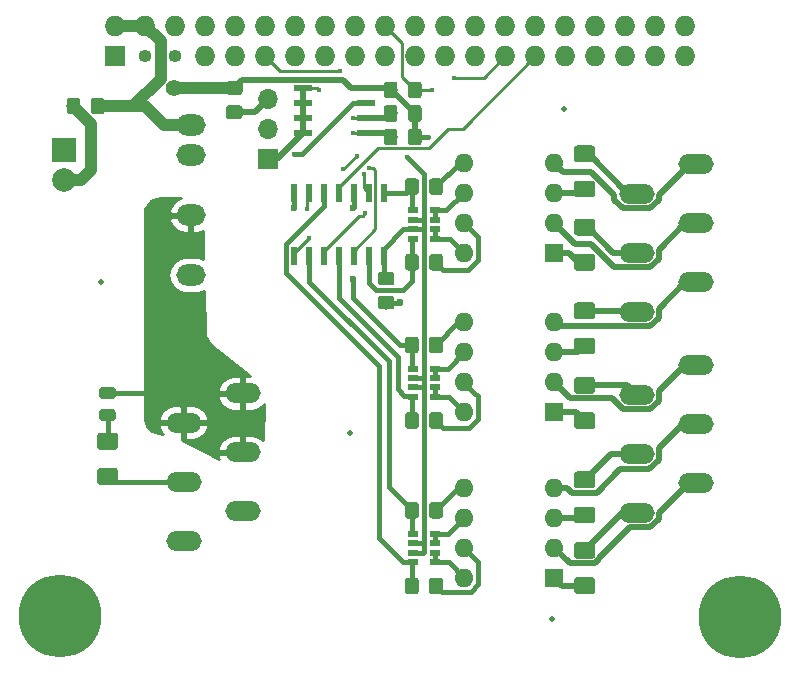
<source format=gbr>
G04 #@! TF.GenerationSoftware,KiCad,Pcbnew,(5.1.0)-1*
G04 #@! TF.CreationDate,2019-03-28T22:22:42+01:00*
G04 #@! TF.ProjectId,debounce_shield,6465626f-756e-4636-955f-736869656c64,rev?*
G04 #@! TF.SameCoordinates,Original*
G04 #@! TF.FileFunction,Copper,L1,Top*
G04 #@! TF.FilePolarity,Positive*
%FSLAX46Y46*%
G04 Gerber Fmt 4.6, Leading zero omitted, Abs format (unit mm)*
G04 Created by KiCad (PCBNEW (5.1.0)-1) date 2019-03-28 22:22:43*
%MOMM*%
%LPD*%
G04 APERTURE LIST*
%ADD10C,7.000000*%
%ADD11C,0.150000*%
%ADD12C,1.150000*%
%ADD13O,3.000000X1.700000*%
%ADD14O,1.600000X1.600000*%
%ADD15R,1.600000X1.600000*%
%ADD16C,1.425000*%
%ADD17R,0.900000X0.600000*%
%ADD18O,2.500000X1.800000*%
%ADD19C,0.975000*%
%ADD20R,0.600000X1.500000*%
%ADD21R,1.550000X0.600000*%
%ADD22R,1.700000X1.700000*%
%ADD23O,1.700000X1.700000*%
%ADD24R,2.000000X2.000000*%
%ADD25C,2.000000*%
%ADD26R,1.727200X1.727200*%
%ADD27O,1.727200X1.727200*%
%ADD28O,1.100000X1.100000*%
%ADD29C,0.500000*%
%ADD30C,0.450000*%
%ADD31C,0.600000*%
%ADD32C,1.400000*%
%ADD33C,0.250000*%
%ADD34C,0.400000*%
%ADD35C,0.500000*%
%ADD36C,1.000000*%
%ADD37C,0.254000*%
G04 APERTURE END LIST*
D10*
X158724600Y-124802900D03*
X101219000Y-124752100D03*
D11*
G36*
X129274505Y-97651204D02*
G01*
X129298773Y-97654804D01*
X129322572Y-97660765D01*
X129345671Y-97669030D01*
X129367850Y-97679520D01*
X129388893Y-97692132D01*
X129408599Y-97706747D01*
X129426777Y-97723223D01*
X129443253Y-97741401D01*
X129457868Y-97761107D01*
X129470480Y-97782150D01*
X129480970Y-97804329D01*
X129489235Y-97827428D01*
X129495196Y-97851227D01*
X129498796Y-97875495D01*
X129500000Y-97899999D01*
X129500000Y-98550001D01*
X129498796Y-98574505D01*
X129495196Y-98598773D01*
X129489235Y-98622572D01*
X129480970Y-98645671D01*
X129470480Y-98667850D01*
X129457868Y-98688893D01*
X129443253Y-98708599D01*
X129426777Y-98726777D01*
X129408599Y-98743253D01*
X129388893Y-98757868D01*
X129367850Y-98770480D01*
X129345671Y-98780970D01*
X129322572Y-98789235D01*
X129298773Y-98795196D01*
X129274505Y-98798796D01*
X129250001Y-98800000D01*
X128349999Y-98800000D01*
X128325495Y-98798796D01*
X128301227Y-98795196D01*
X128277428Y-98789235D01*
X128254329Y-98780970D01*
X128232150Y-98770480D01*
X128211107Y-98757868D01*
X128191401Y-98743253D01*
X128173223Y-98726777D01*
X128156747Y-98708599D01*
X128142132Y-98688893D01*
X128129520Y-98667850D01*
X128119030Y-98645671D01*
X128110765Y-98622572D01*
X128104804Y-98598773D01*
X128101204Y-98574505D01*
X128100000Y-98550001D01*
X128100000Y-97899999D01*
X128101204Y-97875495D01*
X128104804Y-97851227D01*
X128110765Y-97827428D01*
X128119030Y-97804329D01*
X128129520Y-97782150D01*
X128142132Y-97761107D01*
X128156747Y-97741401D01*
X128173223Y-97723223D01*
X128191401Y-97706747D01*
X128211107Y-97692132D01*
X128232150Y-97679520D01*
X128254329Y-97669030D01*
X128277428Y-97660765D01*
X128301227Y-97654804D01*
X128325495Y-97651204D01*
X128349999Y-97650000D01*
X129250001Y-97650000D01*
X129274505Y-97651204D01*
X129274505Y-97651204D01*
G37*
D12*
X128800000Y-98225000D03*
D11*
G36*
X129274505Y-95601204D02*
G01*
X129298773Y-95604804D01*
X129322572Y-95610765D01*
X129345671Y-95619030D01*
X129367850Y-95629520D01*
X129388893Y-95642132D01*
X129408599Y-95656747D01*
X129426777Y-95673223D01*
X129443253Y-95691401D01*
X129457868Y-95711107D01*
X129470480Y-95732150D01*
X129480970Y-95754329D01*
X129489235Y-95777428D01*
X129495196Y-95801227D01*
X129498796Y-95825495D01*
X129500000Y-95849999D01*
X129500000Y-96500001D01*
X129498796Y-96524505D01*
X129495196Y-96548773D01*
X129489235Y-96572572D01*
X129480970Y-96595671D01*
X129470480Y-96617850D01*
X129457868Y-96638893D01*
X129443253Y-96658599D01*
X129426777Y-96676777D01*
X129408599Y-96693253D01*
X129388893Y-96707868D01*
X129367850Y-96720480D01*
X129345671Y-96730970D01*
X129322572Y-96739235D01*
X129298773Y-96745196D01*
X129274505Y-96748796D01*
X129250001Y-96750000D01*
X128349999Y-96750000D01*
X128325495Y-96748796D01*
X128301227Y-96745196D01*
X128277428Y-96739235D01*
X128254329Y-96730970D01*
X128232150Y-96720480D01*
X128211107Y-96707868D01*
X128191401Y-96693253D01*
X128173223Y-96676777D01*
X128156747Y-96658599D01*
X128142132Y-96638893D01*
X128129520Y-96617850D01*
X128119030Y-96595671D01*
X128110765Y-96572572D01*
X128104804Y-96548773D01*
X128101204Y-96524505D01*
X128100000Y-96500001D01*
X128100000Y-95849999D01*
X128101204Y-95825495D01*
X128104804Y-95801227D01*
X128110765Y-95777428D01*
X128119030Y-95754329D01*
X128129520Y-95732150D01*
X128142132Y-95711107D01*
X128156747Y-95691401D01*
X128173223Y-95673223D01*
X128191401Y-95656747D01*
X128211107Y-95642132D01*
X128232150Y-95629520D01*
X128254329Y-95619030D01*
X128277428Y-95610765D01*
X128301227Y-95604804D01*
X128325495Y-95601204D01*
X128349999Y-95600000D01*
X129250001Y-95600000D01*
X129274505Y-95601204D01*
X129274505Y-95601204D01*
G37*
D12*
X128800000Y-96175000D03*
D11*
G36*
X133374505Y-94101204D02*
G01*
X133398773Y-94104804D01*
X133422572Y-94110765D01*
X133445671Y-94119030D01*
X133467850Y-94129520D01*
X133488893Y-94142132D01*
X133508599Y-94156747D01*
X133526777Y-94173223D01*
X133543253Y-94191401D01*
X133557868Y-94211107D01*
X133570480Y-94232150D01*
X133580970Y-94254329D01*
X133589235Y-94277428D01*
X133595196Y-94301227D01*
X133598796Y-94325495D01*
X133600000Y-94349999D01*
X133600000Y-95250001D01*
X133598796Y-95274505D01*
X133595196Y-95298773D01*
X133589235Y-95322572D01*
X133580970Y-95345671D01*
X133570480Y-95367850D01*
X133557868Y-95388893D01*
X133543253Y-95408599D01*
X133526777Y-95426777D01*
X133508599Y-95443253D01*
X133488893Y-95457868D01*
X133467850Y-95470480D01*
X133445671Y-95480970D01*
X133422572Y-95489235D01*
X133398773Y-95495196D01*
X133374505Y-95498796D01*
X133350001Y-95500000D01*
X132699999Y-95500000D01*
X132675495Y-95498796D01*
X132651227Y-95495196D01*
X132627428Y-95489235D01*
X132604329Y-95480970D01*
X132582150Y-95470480D01*
X132561107Y-95457868D01*
X132541401Y-95443253D01*
X132523223Y-95426777D01*
X132506747Y-95408599D01*
X132492132Y-95388893D01*
X132479520Y-95367850D01*
X132469030Y-95345671D01*
X132460765Y-95322572D01*
X132454804Y-95298773D01*
X132451204Y-95274505D01*
X132450000Y-95250001D01*
X132450000Y-94349999D01*
X132451204Y-94325495D01*
X132454804Y-94301227D01*
X132460765Y-94277428D01*
X132469030Y-94254329D01*
X132479520Y-94232150D01*
X132492132Y-94211107D01*
X132506747Y-94191401D01*
X132523223Y-94173223D01*
X132541401Y-94156747D01*
X132561107Y-94142132D01*
X132582150Y-94129520D01*
X132604329Y-94119030D01*
X132627428Y-94110765D01*
X132651227Y-94104804D01*
X132675495Y-94101204D01*
X132699999Y-94100000D01*
X133350001Y-94100000D01*
X133374505Y-94101204D01*
X133374505Y-94101204D01*
G37*
D12*
X133025000Y-94800000D03*
D11*
G36*
X131324505Y-94101204D02*
G01*
X131348773Y-94104804D01*
X131372572Y-94110765D01*
X131395671Y-94119030D01*
X131417850Y-94129520D01*
X131438893Y-94142132D01*
X131458599Y-94156747D01*
X131476777Y-94173223D01*
X131493253Y-94191401D01*
X131507868Y-94211107D01*
X131520480Y-94232150D01*
X131530970Y-94254329D01*
X131539235Y-94277428D01*
X131545196Y-94301227D01*
X131548796Y-94325495D01*
X131550000Y-94349999D01*
X131550000Y-95250001D01*
X131548796Y-95274505D01*
X131545196Y-95298773D01*
X131539235Y-95322572D01*
X131530970Y-95345671D01*
X131520480Y-95367850D01*
X131507868Y-95388893D01*
X131493253Y-95408599D01*
X131476777Y-95426777D01*
X131458599Y-95443253D01*
X131438893Y-95457868D01*
X131417850Y-95470480D01*
X131395671Y-95480970D01*
X131372572Y-95489235D01*
X131348773Y-95495196D01*
X131324505Y-95498796D01*
X131300001Y-95500000D01*
X130649999Y-95500000D01*
X130625495Y-95498796D01*
X130601227Y-95495196D01*
X130577428Y-95489235D01*
X130554329Y-95480970D01*
X130532150Y-95470480D01*
X130511107Y-95457868D01*
X130491401Y-95443253D01*
X130473223Y-95426777D01*
X130456747Y-95408599D01*
X130442132Y-95388893D01*
X130429520Y-95367850D01*
X130419030Y-95345671D01*
X130410765Y-95322572D01*
X130404804Y-95298773D01*
X130401204Y-95274505D01*
X130400000Y-95250001D01*
X130400000Y-94349999D01*
X130401204Y-94325495D01*
X130404804Y-94301227D01*
X130410765Y-94277428D01*
X130419030Y-94254329D01*
X130429520Y-94232150D01*
X130442132Y-94211107D01*
X130456747Y-94191401D01*
X130473223Y-94173223D01*
X130491401Y-94156747D01*
X130511107Y-94142132D01*
X130532150Y-94129520D01*
X130554329Y-94119030D01*
X130577428Y-94110765D01*
X130601227Y-94104804D01*
X130625495Y-94101204D01*
X130649999Y-94100000D01*
X131300001Y-94100000D01*
X131324505Y-94101204D01*
X131324505Y-94101204D01*
G37*
D12*
X130975000Y-94800000D03*
D13*
X155000000Y-103500000D03*
X150000000Y-106000000D03*
X155000000Y-108500000D03*
X150000000Y-111000000D03*
X155000000Y-113500000D03*
X150000000Y-116000000D03*
X150000000Y-99000000D03*
X155000000Y-96500000D03*
X150000000Y-94000000D03*
X155000000Y-91500000D03*
X150000000Y-89000000D03*
X155000000Y-86500000D03*
X116645700Y-105889400D03*
X111645700Y-108389400D03*
X116645700Y-110889400D03*
X111645700Y-113389400D03*
X116645700Y-115889400D03*
X111645700Y-118389400D03*
D14*
X135380000Y-121500000D03*
X143000000Y-113880000D03*
X135380000Y-118960000D03*
X143000000Y-116420000D03*
X135380000Y-116420000D03*
X143000000Y-118960000D03*
X135380000Y-113880000D03*
D15*
X143000000Y-121500000D03*
D11*
G36*
X105869004Y-112217104D02*
G01*
X105893273Y-112220704D01*
X105917071Y-112226665D01*
X105940171Y-112234930D01*
X105962349Y-112245420D01*
X105983393Y-112258033D01*
X106003098Y-112272647D01*
X106021277Y-112289123D01*
X106037753Y-112307302D01*
X106052367Y-112327007D01*
X106064980Y-112348051D01*
X106075470Y-112370229D01*
X106083735Y-112393329D01*
X106089696Y-112417127D01*
X106093296Y-112441396D01*
X106094500Y-112465900D01*
X106094500Y-113390900D01*
X106093296Y-113415404D01*
X106089696Y-113439673D01*
X106083735Y-113463471D01*
X106075470Y-113486571D01*
X106064980Y-113508749D01*
X106052367Y-113529793D01*
X106037753Y-113549498D01*
X106021277Y-113567677D01*
X106003098Y-113584153D01*
X105983393Y-113598767D01*
X105962349Y-113611380D01*
X105940171Y-113621870D01*
X105917071Y-113630135D01*
X105893273Y-113636096D01*
X105869004Y-113639696D01*
X105844500Y-113640900D01*
X104594500Y-113640900D01*
X104569996Y-113639696D01*
X104545727Y-113636096D01*
X104521929Y-113630135D01*
X104498829Y-113621870D01*
X104476651Y-113611380D01*
X104455607Y-113598767D01*
X104435902Y-113584153D01*
X104417723Y-113567677D01*
X104401247Y-113549498D01*
X104386633Y-113529793D01*
X104374020Y-113508749D01*
X104363530Y-113486571D01*
X104355265Y-113463471D01*
X104349304Y-113439673D01*
X104345704Y-113415404D01*
X104344500Y-113390900D01*
X104344500Y-112465900D01*
X104345704Y-112441396D01*
X104349304Y-112417127D01*
X104355265Y-112393329D01*
X104363530Y-112370229D01*
X104374020Y-112348051D01*
X104386633Y-112327007D01*
X104401247Y-112307302D01*
X104417723Y-112289123D01*
X104435902Y-112272647D01*
X104455607Y-112258033D01*
X104476651Y-112245420D01*
X104498829Y-112234930D01*
X104521929Y-112226665D01*
X104545727Y-112220704D01*
X104569996Y-112217104D01*
X104594500Y-112215900D01*
X105844500Y-112215900D01*
X105869004Y-112217104D01*
X105869004Y-112217104D01*
G37*
D16*
X105219500Y-112928400D03*
D11*
G36*
X105869004Y-109242104D02*
G01*
X105893273Y-109245704D01*
X105917071Y-109251665D01*
X105940171Y-109259930D01*
X105962349Y-109270420D01*
X105983393Y-109283033D01*
X106003098Y-109297647D01*
X106021277Y-109314123D01*
X106037753Y-109332302D01*
X106052367Y-109352007D01*
X106064980Y-109373051D01*
X106075470Y-109395229D01*
X106083735Y-109418329D01*
X106089696Y-109442127D01*
X106093296Y-109466396D01*
X106094500Y-109490900D01*
X106094500Y-110415900D01*
X106093296Y-110440404D01*
X106089696Y-110464673D01*
X106083735Y-110488471D01*
X106075470Y-110511571D01*
X106064980Y-110533749D01*
X106052367Y-110554793D01*
X106037753Y-110574498D01*
X106021277Y-110592677D01*
X106003098Y-110609153D01*
X105983393Y-110623767D01*
X105962349Y-110636380D01*
X105940171Y-110646870D01*
X105917071Y-110655135D01*
X105893273Y-110661096D01*
X105869004Y-110664696D01*
X105844500Y-110665900D01*
X104594500Y-110665900D01*
X104569996Y-110664696D01*
X104545727Y-110661096D01*
X104521929Y-110655135D01*
X104498829Y-110646870D01*
X104476651Y-110636380D01*
X104455607Y-110623767D01*
X104435902Y-110609153D01*
X104417723Y-110592677D01*
X104401247Y-110574498D01*
X104386633Y-110554793D01*
X104374020Y-110533749D01*
X104363530Y-110511571D01*
X104355265Y-110488471D01*
X104349304Y-110464673D01*
X104345704Y-110440404D01*
X104344500Y-110415900D01*
X104344500Y-109490900D01*
X104345704Y-109466396D01*
X104349304Y-109442127D01*
X104355265Y-109418329D01*
X104363530Y-109395229D01*
X104374020Y-109373051D01*
X104386633Y-109352007D01*
X104401247Y-109332302D01*
X104417723Y-109314123D01*
X104435902Y-109297647D01*
X104455607Y-109283033D01*
X104476651Y-109270420D01*
X104498829Y-109259930D01*
X104521929Y-109251665D01*
X104545727Y-109245704D01*
X104569996Y-109242104D01*
X104594500Y-109240900D01*
X105844500Y-109240900D01*
X105869004Y-109242104D01*
X105869004Y-109242104D01*
G37*
D16*
X105219500Y-109953400D03*
D17*
X131100000Y-117800000D03*
X131100000Y-118600000D03*
X131100000Y-119400000D03*
X131100000Y-120200000D03*
X132900000Y-117800000D03*
X132900000Y-118600000D03*
X132900000Y-119400000D03*
X132900000Y-120200000D03*
X131100000Y-103800000D03*
X131100000Y-104600000D03*
X131100000Y-105400000D03*
X131100000Y-106200000D03*
X132900000Y-103800000D03*
X132900000Y-104600000D03*
X132900000Y-105400000D03*
X132900000Y-106200000D03*
X131100000Y-90400000D03*
X131100000Y-91200000D03*
X131100000Y-92000000D03*
X131100000Y-92800000D03*
X132900000Y-90400000D03*
X132900000Y-91200000D03*
X132900000Y-92000000D03*
X132900000Y-92800000D03*
D18*
X112268000Y-95885000D03*
X112268000Y-90805000D03*
X112268000Y-85725000D03*
X112268000Y-83185000D03*
D11*
G36*
X105674242Y-107247774D02*
G01*
X105697903Y-107251284D01*
X105721107Y-107257096D01*
X105743629Y-107265154D01*
X105765253Y-107275382D01*
X105785770Y-107287679D01*
X105804983Y-107301929D01*
X105822707Y-107317993D01*
X105838771Y-107335717D01*
X105853021Y-107354930D01*
X105865318Y-107375447D01*
X105875546Y-107397071D01*
X105883604Y-107419593D01*
X105889416Y-107442797D01*
X105892926Y-107466458D01*
X105894100Y-107490350D01*
X105894100Y-107977850D01*
X105892926Y-108001742D01*
X105889416Y-108025403D01*
X105883604Y-108048607D01*
X105875546Y-108071129D01*
X105865318Y-108092753D01*
X105853021Y-108113270D01*
X105838771Y-108132483D01*
X105822707Y-108150207D01*
X105804983Y-108166271D01*
X105785770Y-108180521D01*
X105765253Y-108192818D01*
X105743629Y-108203046D01*
X105721107Y-108211104D01*
X105697903Y-108216916D01*
X105674242Y-108220426D01*
X105650350Y-108221600D01*
X104737850Y-108221600D01*
X104713958Y-108220426D01*
X104690297Y-108216916D01*
X104667093Y-108211104D01*
X104644571Y-108203046D01*
X104622947Y-108192818D01*
X104602430Y-108180521D01*
X104583217Y-108166271D01*
X104565493Y-108150207D01*
X104549429Y-108132483D01*
X104535179Y-108113270D01*
X104522882Y-108092753D01*
X104512654Y-108071129D01*
X104504596Y-108048607D01*
X104498784Y-108025403D01*
X104495274Y-108001742D01*
X104494100Y-107977850D01*
X104494100Y-107490350D01*
X104495274Y-107466458D01*
X104498784Y-107442797D01*
X104504596Y-107419593D01*
X104512654Y-107397071D01*
X104522882Y-107375447D01*
X104535179Y-107354930D01*
X104549429Y-107335717D01*
X104565493Y-107317993D01*
X104583217Y-107301929D01*
X104602430Y-107287679D01*
X104622947Y-107275382D01*
X104644571Y-107265154D01*
X104667093Y-107257096D01*
X104690297Y-107251284D01*
X104713958Y-107247774D01*
X104737850Y-107246600D01*
X105650350Y-107246600D01*
X105674242Y-107247774D01*
X105674242Y-107247774D01*
G37*
D19*
X105194100Y-107734100D03*
D11*
G36*
X105674242Y-105372774D02*
G01*
X105697903Y-105376284D01*
X105721107Y-105382096D01*
X105743629Y-105390154D01*
X105765253Y-105400382D01*
X105785770Y-105412679D01*
X105804983Y-105426929D01*
X105822707Y-105442993D01*
X105838771Y-105460717D01*
X105853021Y-105479930D01*
X105865318Y-105500447D01*
X105875546Y-105522071D01*
X105883604Y-105544593D01*
X105889416Y-105567797D01*
X105892926Y-105591458D01*
X105894100Y-105615350D01*
X105894100Y-106102850D01*
X105892926Y-106126742D01*
X105889416Y-106150403D01*
X105883604Y-106173607D01*
X105875546Y-106196129D01*
X105865318Y-106217753D01*
X105853021Y-106238270D01*
X105838771Y-106257483D01*
X105822707Y-106275207D01*
X105804983Y-106291271D01*
X105785770Y-106305521D01*
X105765253Y-106317818D01*
X105743629Y-106328046D01*
X105721107Y-106336104D01*
X105697903Y-106341916D01*
X105674242Y-106345426D01*
X105650350Y-106346600D01*
X104737850Y-106346600D01*
X104713958Y-106345426D01*
X104690297Y-106341916D01*
X104667093Y-106336104D01*
X104644571Y-106328046D01*
X104622947Y-106317818D01*
X104602430Y-106305521D01*
X104583217Y-106291271D01*
X104565493Y-106275207D01*
X104549429Y-106257483D01*
X104535179Y-106238270D01*
X104522882Y-106217753D01*
X104512654Y-106196129D01*
X104504596Y-106173607D01*
X104498784Y-106150403D01*
X104495274Y-106126742D01*
X104494100Y-106102850D01*
X104494100Y-105615350D01*
X104495274Y-105591458D01*
X104498784Y-105567797D01*
X104504596Y-105544593D01*
X104512654Y-105522071D01*
X104522882Y-105500447D01*
X104535179Y-105479930D01*
X104549429Y-105460717D01*
X104565493Y-105442993D01*
X104583217Y-105426929D01*
X104602430Y-105412679D01*
X104622947Y-105400382D01*
X104644571Y-105390154D01*
X104667093Y-105382096D01*
X104690297Y-105376284D01*
X104713958Y-105372774D01*
X104737850Y-105371600D01*
X105650350Y-105371600D01*
X105674242Y-105372774D01*
X105674242Y-105372774D01*
G37*
D19*
X105194100Y-105859100D03*
D11*
G36*
X129524505Y-79501204D02*
G01*
X129548773Y-79504804D01*
X129572572Y-79510765D01*
X129595671Y-79519030D01*
X129617850Y-79529520D01*
X129638893Y-79542132D01*
X129658599Y-79556747D01*
X129676777Y-79573223D01*
X129693253Y-79591401D01*
X129707868Y-79611107D01*
X129720480Y-79632150D01*
X129730970Y-79654329D01*
X129739235Y-79677428D01*
X129745196Y-79701227D01*
X129748796Y-79725495D01*
X129750000Y-79749999D01*
X129750000Y-80650001D01*
X129748796Y-80674505D01*
X129745196Y-80698773D01*
X129739235Y-80722572D01*
X129730970Y-80745671D01*
X129720480Y-80767850D01*
X129707868Y-80788893D01*
X129693253Y-80808599D01*
X129676777Y-80826777D01*
X129658599Y-80843253D01*
X129638893Y-80857868D01*
X129617850Y-80870480D01*
X129595671Y-80880970D01*
X129572572Y-80889235D01*
X129548773Y-80895196D01*
X129524505Y-80898796D01*
X129500001Y-80900000D01*
X128849999Y-80900000D01*
X128825495Y-80898796D01*
X128801227Y-80895196D01*
X128777428Y-80889235D01*
X128754329Y-80880970D01*
X128732150Y-80870480D01*
X128711107Y-80857868D01*
X128691401Y-80843253D01*
X128673223Y-80826777D01*
X128656747Y-80808599D01*
X128642132Y-80788893D01*
X128629520Y-80767850D01*
X128619030Y-80745671D01*
X128610765Y-80722572D01*
X128604804Y-80698773D01*
X128601204Y-80674505D01*
X128600000Y-80650001D01*
X128600000Y-79749999D01*
X128601204Y-79725495D01*
X128604804Y-79701227D01*
X128610765Y-79677428D01*
X128619030Y-79654329D01*
X128629520Y-79632150D01*
X128642132Y-79611107D01*
X128656747Y-79591401D01*
X128673223Y-79573223D01*
X128691401Y-79556747D01*
X128711107Y-79542132D01*
X128732150Y-79529520D01*
X128754329Y-79519030D01*
X128777428Y-79510765D01*
X128801227Y-79504804D01*
X128825495Y-79501204D01*
X128849999Y-79500000D01*
X129500001Y-79500000D01*
X129524505Y-79501204D01*
X129524505Y-79501204D01*
G37*
D12*
X129175000Y-80200000D03*
D11*
G36*
X131574505Y-79501204D02*
G01*
X131598773Y-79504804D01*
X131622572Y-79510765D01*
X131645671Y-79519030D01*
X131667850Y-79529520D01*
X131688893Y-79542132D01*
X131708599Y-79556747D01*
X131726777Y-79573223D01*
X131743253Y-79591401D01*
X131757868Y-79611107D01*
X131770480Y-79632150D01*
X131780970Y-79654329D01*
X131789235Y-79677428D01*
X131795196Y-79701227D01*
X131798796Y-79725495D01*
X131800000Y-79749999D01*
X131800000Y-80650001D01*
X131798796Y-80674505D01*
X131795196Y-80698773D01*
X131789235Y-80722572D01*
X131780970Y-80745671D01*
X131770480Y-80767850D01*
X131757868Y-80788893D01*
X131743253Y-80808599D01*
X131726777Y-80826777D01*
X131708599Y-80843253D01*
X131688893Y-80857868D01*
X131667850Y-80870480D01*
X131645671Y-80880970D01*
X131622572Y-80889235D01*
X131598773Y-80895196D01*
X131574505Y-80898796D01*
X131550001Y-80900000D01*
X130899999Y-80900000D01*
X130875495Y-80898796D01*
X130851227Y-80895196D01*
X130827428Y-80889235D01*
X130804329Y-80880970D01*
X130782150Y-80870480D01*
X130761107Y-80857868D01*
X130741401Y-80843253D01*
X130723223Y-80826777D01*
X130706747Y-80808599D01*
X130692132Y-80788893D01*
X130679520Y-80767850D01*
X130669030Y-80745671D01*
X130660765Y-80722572D01*
X130654804Y-80698773D01*
X130651204Y-80674505D01*
X130650000Y-80650001D01*
X130650000Y-79749999D01*
X130651204Y-79725495D01*
X130654804Y-79701227D01*
X130660765Y-79677428D01*
X130669030Y-79654329D01*
X130679520Y-79632150D01*
X130692132Y-79611107D01*
X130706747Y-79591401D01*
X130723223Y-79573223D01*
X130741401Y-79556747D01*
X130761107Y-79542132D01*
X130782150Y-79529520D01*
X130804329Y-79519030D01*
X130827428Y-79510765D01*
X130851227Y-79504804D01*
X130875495Y-79501204D01*
X130899999Y-79500000D01*
X131550001Y-79500000D01*
X131574505Y-79501204D01*
X131574505Y-79501204D01*
G37*
D12*
X131225000Y-80200000D03*
D15*
X143000000Y-94000000D03*
D14*
X135380000Y-86380000D03*
X143000000Y-91460000D03*
X135380000Y-88920000D03*
X143000000Y-88920000D03*
X135380000Y-91460000D03*
X143000000Y-86380000D03*
X135380000Y-94000000D03*
D15*
X143000000Y-107500000D03*
D14*
X135380000Y-99880000D03*
X143000000Y-104960000D03*
X135380000Y-102420000D03*
X143000000Y-102420000D03*
X135380000Y-104960000D03*
X143000000Y-99880000D03*
X135380000Y-107500000D03*
D20*
X128610000Y-88900000D03*
X127340000Y-88900000D03*
X126070000Y-88900000D03*
X124800000Y-88900000D03*
X123530000Y-88900000D03*
X122260000Y-88900000D03*
X120990000Y-88900000D03*
X120990000Y-94300000D03*
X122260000Y-94300000D03*
X123530000Y-94300000D03*
X124800000Y-94300000D03*
X126070000Y-94300000D03*
X127340000Y-94300000D03*
X128610000Y-94300000D03*
D21*
X121734600Y-80060800D03*
X121734600Y-81330800D03*
X121734600Y-82600800D03*
X121734600Y-83870800D03*
X127134600Y-83870800D03*
X127134600Y-82600800D03*
X127134600Y-81330800D03*
X127134600Y-80060800D03*
D11*
G36*
X146249504Y-84913704D02*
G01*
X146273773Y-84917304D01*
X146297571Y-84923265D01*
X146320671Y-84931530D01*
X146342849Y-84942020D01*
X146363893Y-84954633D01*
X146383598Y-84969247D01*
X146401777Y-84985723D01*
X146418253Y-85003902D01*
X146432867Y-85023607D01*
X146445480Y-85044651D01*
X146455970Y-85066829D01*
X146464235Y-85089929D01*
X146470196Y-85113727D01*
X146473796Y-85137996D01*
X146475000Y-85162500D01*
X146475000Y-86087500D01*
X146473796Y-86112004D01*
X146470196Y-86136273D01*
X146464235Y-86160071D01*
X146455970Y-86183171D01*
X146445480Y-86205349D01*
X146432867Y-86226393D01*
X146418253Y-86246098D01*
X146401777Y-86264277D01*
X146383598Y-86280753D01*
X146363893Y-86295367D01*
X146342849Y-86307980D01*
X146320671Y-86318470D01*
X146297571Y-86326735D01*
X146273773Y-86332696D01*
X146249504Y-86336296D01*
X146225000Y-86337500D01*
X144975000Y-86337500D01*
X144950496Y-86336296D01*
X144926227Y-86332696D01*
X144902429Y-86326735D01*
X144879329Y-86318470D01*
X144857151Y-86307980D01*
X144836107Y-86295367D01*
X144816402Y-86280753D01*
X144798223Y-86264277D01*
X144781747Y-86246098D01*
X144767133Y-86226393D01*
X144754520Y-86205349D01*
X144744030Y-86183171D01*
X144735765Y-86160071D01*
X144729804Y-86136273D01*
X144726204Y-86112004D01*
X144725000Y-86087500D01*
X144725000Y-85162500D01*
X144726204Y-85137996D01*
X144729804Y-85113727D01*
X144735765Y-85089929D01*
X144744030Y-85066829D01*
X144754520Y-85044651D01*
X144767133Y-85023607D01*
X144781747Y-85003902D01*
X144798223Y-84985723D01*
X144816402Y-84969247D01*
X144836107Y-84954633D01*
X144857151Y-84942020D01*
X144879329Y-84931530D01*
X144902429Y-84923265D01*
X144926227Y-84917304D01*
X144950496Y-84913704D01*
X144975000Y-84912500D01*
X146225000Y-84912500D01*
X146249504Y-84913704D01*
X146249504Y-84913704D01*
G37*
D16*
X145600000Y-85625000D03*
D11*
G36*
X146249504Y-87888704D02*
G01*
X146273773Y-87892304D01*
X146297571Y-87898265D01*
X146320671Y-87906530D01*
X146342849Y-87917020D01*
X146363893Y-87929633D01*
X146383598Y-87944247D01*
X146401777Y-87960723D01*
X146418253Y-87978902D01*
X146432867Y-87998607D01*
X146445480Y-88019651D01*
X146455970Y-88041829D01*
X146464235Y-88064929D01*
X146470196Y-88088727D01*
X146473796Y-88112996D01*
X146475000Y-88137500D01*
X146475000Y-89062500D01*
X146473796Y-89087004D01*
X146470196Y-89111273D01*
X146464235Y-89135071D01*
X146455970Y-89158171D01*
X146445480Y-89180349D01*
X146432867Y-89201393D01*
X146418253Y-89221098D01*
X146401777Y-89239277D01*
X146383598Y-89255753D01*
X146363893Y-89270367D01*
X146342849Y-89282980D01*
X146320671Y-89293470D01*
X146297571Y-89301735D01*
X146273773Y-89307696D01*
X146249504Y-89311296D01*
X146225000Y-89312500D01*
X144975000Y-89312500D01*
X144950496Y-89311296D01*
X144926227Y-89307696D01*
X144902429Y-89301735D01*
X144879329Y-89293470D01*
X144857151Y-89282980D01*
X144836107Y-89270367D01*
X144816402Y-89255753D01*
X144798223Y-89239277D01*
X144781747Y-89221098D01*
X144767133Y-89201393D01*
X144754520Y-89180349D01*
X144744030Y-89158171D01*
X144735765Y-89135071D01*
X144729804Y-89111273D01*
X144726204Y-89087004D01*
X144725000Y-89062500D01*
X144725000Y-88137500D01*
X144726204Y-88112996D01*
X144729804Y-88088727D01*
X144735765Y-88064929D01*
X144744030Y-88041829D01*
X144754520Y-88019651D01*
X144767133Y-87998607D01*
X144781747Y-87978902D01*
X144798223Y-87960723D01*
X144816402Y-87944247D01*
X144836107Y-87929633D01*
X144857151Y-87917020D01*
X144879329Y-87906530D01*
X144902429Y-87898265D01*
X144926227Y-87892304D01*
X144950496Y-87888704D01*
X144975000Y-87887500D01*
X146225000Y-87887500D01*
X146249504Y-87888704D01*
X146249504Y-87888704D01*
G37*
D16*
X145600000Y-88600000D03*
D11*
G36*
X146249504Y-94088704D02*
G01*
X146273773Y-94092304D01*
X146297571Y-94098265D01*
X146320671Y-94106530D01*
X146342849Y-94117020D01*
X146363893Y-94129633D01*
X146383598Y-94144247D01*
X146401777Y-94160723D01*
X146418253Y-94178902D01*
X146432867Y-94198607D01*
X146445480Y-94219651D01*
X146455970Y-94241829D01*
X146464235Y-94264929D01*
X146470196Y-94288727D01*
X146473796Y-94312996D01*
X146475000Y-94337500D01*
X146475000Y-95262500D01*
X146473796Y-95287004D01*
X146470196Y-95311273D01*
X146464235Y-95335071D01*
X146455970Y-95358171D01*
X146445480Y-95380349D01*
X146432867Y-95401393D01*
X146418253Y-95421098D01*
X146401777Y-95439277D01*
X146383598Y-95455753D01*
X146363893Y-95470367D01*
X146342849Y-95482980D01*
X146320671Y-95493470D01*
X146297571Y-95501735D01*
X146273773Y-95507696D01*
X146249504Y-95511296D01*
X146225000Y-95512500D01*
X144975000Y-95512500D01*
X144950496Y-95511296D01*
X144926227Y-95507696D01*
X144902429Y-95501735D01*
X144879329Y-95493470D01*
X144857151Y-95482980D01*
X144836107Y-95470367D01*
X144816402Y-95455753D01*
X144798223Y-95439277D01*
X144781747Y-95421098D01*
X144767133Y-95401393D01*
X144754520Y-95380349D01*
X144744030Y-95358171D01*
X144735765Y-95335071D01*
X144729804Y-95311273D01*
X144726204Y-95287004D01*
X144725000Y-95262500D01*
X144725000Y-94337500D01*
X144726204Y-94312996D01*
X144729804Y-94288727D01*
X144735765Y-94264929D01*
X144744030Y-94241829D01*
X144754520Y-94219651D01*
X144767133Y-94198607D01*
X144781747Y-94178902D01*
X144798223Y-94160723D01*
X144816402Y-94144247D01*
X144836107Y-94129633D01*
X144857151Y-94117020D01*
X144879329Y-94106530D01*
X144902429Y-94098265D01*
X144926227Y-94092304D01*
X144950496Y-94088704D01*
X144975000Y-94087500D01*
X146225000Y-94087500D01*
X146249504Y-94088704D01*
X146249504Y-94088704D01*
G37*
D16*
X145600000Y-94800000D03*
D11*
G36*
X146249504Y-91113704D02*
G01*
X146273773Y-91117304D01*
X146297571Y-91123265D01*
X146320671Y-91131530D01*
X146342849Y-91142020D01*
X146363893Y-91154633D01*
X146383598Y-91169247D01*
X146401777Y-91185723D01*
X146418253Y-91203902D01*
X146432867Y-91223607D01*
X146445480Y-91244651D01*
X146455970Y-91266829D01*
X146464235Y-91289929D01*
X146470196Y-91313727D01*
X146473796Y-91337996D01*
X146475000Y-91362500D01*
X146475000Y-92287500D01*
X146473796Y-92312004D01*
X146470196Y-92336273D01*
X146464235Y-92360071D01*
X146455970Y-92383171D01*
X146445480Y-92405349D01*
X146432867Y-92426393D01*
X146418253Y-92446098D01*
X146401777Y-92464277D01*
X146383598Y-92480753D01*
X146363893Y-92495367D01*
X146342849Y-92507980D01*
X146320671Y-92518470D01*
X146297571Y-92526735D01*
X146273773Y-92532696D01*
X146249504Y-92536296D01*
X146225000Y-92537500D01*
X144975000Y-92537500D01*
X144950496Y-92536296D01*
X144926227Y-92532696D01*
X144902429Y-92526735D01*
X144879329Y-92518470D01*
X144857151Y-92507980D01*
X144836107Y-92495367D01*
X144816402Y-92480753D01*
X144798223Y-92464277D01*
X144781747Y-92446098D01*
X144767133Y-92426393D01*
X144754520Y-92405349D01*
X144744030Y-92383171D01*
X144735765Y-92360071D01*
X144729804Y-92336273D01*
X144726204Y-92312004D01*
X144725000Y-92287500D01*
X144725000Y-91362500D01*
X144726204Y-91337996D01*
X144729804Y-91313727D01*
X144735765Y-91289929D01*
X144744030Y-91266829D01*
X144754520Y-91244651D01*
X144767133Y-91223607D01*
X144781747Y-91203902D01*
X144798223Y-91185723D01*
X144816402Y-91169247D01*
X144836107Y-91154633D01*
X144857151Y-91142020D01*
X144879329Y-91131530D01*
X144902429Y-91123265D01*
X144926227Y-91117304D01*
X144950496Y-91113704D01*
X144975000Y-91112500D01*
X146225000Y-91112500D01*
X146249504Y-91113704D01*
X146249504Y-91113704D01*
G37*
D16*
X145600000Y-91825000D03*
D11*
G36*
X146249504Y-98201204D02*
G01*
X146273773Y-98204804D01*
X146297571Y-98210765D01*
X146320671Y-98219030D01*
X146342849Y-98229520D01*
X146363893Y-98242133D01*
X146383598Y-98256747D01*
X146401777Y-98273223D01*
X146418253Y-98291402D01*
X146432867Y-98311107D01*
X146445480Y-98332151D01*
X146455970Y-98354329D01*
X146464235Y-98377429D01*
X146470196Y-98401227D01*
X146473796Y-98425496D01*
X146475000Y-98450000D01*
X146475000Y-99375000D01*
X146473796Y-99399504D01*
X146470196Y-99423773D01*
X146464235Y-99447571D01*
X146455970Y-99470671D01*
X146445480Y-99492849D01*
X146432867Y-99513893D01*
X146418253Y-99533598D01*
X146401777Y-99551777D01*
X146383598Y-99568253D01*
X146363893Y-99582867D01*
X146342849Y-99595480D01*
X146320671Y-99605970D01*
X146297571Y-99614235D01*
X146273773Y-99620196D01*
X146249504Y-99623796D01*
X146225000Y-99625000D01*
X144975000Y-99625000D01*
X144950496Y-99623796D01*
X144926227Y-99620196D01*
X144902429Y-99614235D01*
X144879329Y-99605970D01*
X144857151Y-99595480D01*
X144836107Y-99582867D01*
X144816402Y-99568253D01*
X144798223Y-99551777D01*
X144781747Y-99533598D01*
X144767133Y-99513893D01*
X144754520Y-99492849D01*
X144744030Y-99470671D01*
X144735765Y-99447571D01*
X144729804Y-99423773D01*
X144726204Y-99399504D01*
X144725000Y-99375000D01*
X144725000Y-98450000D01*
X144726204Y-98425496D01*
X144729804Y-98401227D01*
X144735765Y-98377429D01*
X144744030Y-98354329D01*
X144754520Y-98332151D01*
X144767133Y-98311107D01*
X144781747Y-98291402D01*
X144798223Y-98273223D01*
X144816402Y-98256747D01*
X144836107Y-98242133D01*
X144857151Y-98229520D01*
X144879329Y-98219030D01*
X144902429Y-98210765D01*
X144926227Y-98204804D01*
X144950496Y-98201204D01*
X144975000Y-98200000D01*
X146225000Y-98200000D01*
X146249504Y-98201204D01*
X146249504Y-98201204D01*
G37*
D16*
X145600000Y-98912500D03*
D11*
G36*
X146249504Y-101176204D02*
G01*
X146273773Y-101179804D01*
X146297571Y-101185765D01*
X146320671Y-101194030D01*
X146342849Y-101204520D01*
X146363893Y-101217133D01*
X146383598Y-101231747D01*
X146401777Y-101248223D01*
X146418253Y-101266402D01*
X146432867Y-101286107D01*
X146445480Y-101307151D01*
X146455970Y-101329329D01*
X146464235Y-101352429D01*
X146470196Y-101376227D01*
X146473796Y-101400496D01*
X146475000Y-101425000D01*
X146475000Y-102350000D01*
X146473796Y-102374504D01*
X146470196Y-102398773D01*
X146464235Y-102422571D01*
X146455970Y-102445671D01*
X146445480Y-102467849D01*
X146432867Y-102488893D01*
X146418253Y-102508598D01*
X146401777Y-102526777D01*
X146383598Y-102543253D01*
X146363893Y-102557867D01*
X146342849Y-102570480D01*
X146320671Y-102580970D01*
X146297571Y-102589235D01*
X146273773Y-102595196D01*
X146249504Y-102598796D01*
X146225000Y-102600000D01*
X144975000Y-102600000D01*
X144950496Y-102598796D01*
X144926227Y-102595196D01*
X144902429Y-102589235D01*
X144879329Y-102580970D01*
X144857151Y-102570480D01*
X144836107Y-102557867D01*
X144816402Y-102543253D01*
X144798223Y-102526777D01*
X144781747Y-102508598D01*
X144767133Y-102488893D01*
X144754520Y-102467849D01*
X144744030Y-102445671D01*
X144735765Y-102422571D01*
X144729804Y-102398773D01*
X144726204Y-102374504D01*
X144725000Y-102350000D01*
X144725000Y-101425000D01*
X144726204Y-101400496D01*
X144729804Y-101376227D01*
X144735765Y-101352429D01*
X144744030Y-101329329D01*
X144754520Y-101307151D01*
X144767133Y-101286107D01*
X144781747Y-101266402D01*
X144798223Y-101248223D01*
X144816402Y-101231747D01*
X144836107Y-101217133D01*
X144857151Y-101204520D01*
X144879329Y-101194030D01*
X144902429Y-101185765D01*
X144926227Y-101179804D01*
X144950496Y-101176204D01*
X144975000Y-101175000D01*
X146225000Y-101175000D01*
X146249504Y-101176204D01*
X146249504Y-101176204D01*
G37*
D16*
X145600000Y-101887500D03*
D11*
G36*
X146249504Y-107488704D02*
G01*
X146273773Y-107492304D01*
X146297571Y-107498265D01*
X146320671Y-107506530D01*
X146342849Y-107517020D01*
X146363893Y-107529633D01*
X146383598Y-107544247D01*
X146401777Y-107560723D01*
X146418253Y-107578902D01*
X146432867Y-107598607D01*
X146445480Y-107619651D01*
X146455970Y-107641829D01*
X146464235Y-107664929D01*
X146470196Y-107688727D01*
X146473796Y-107712996D01*
X146475000Y-107737500D01*
X146475000Y-108662500D01*
X146473796Y-108687004D01*
X146470196Y-108711273D01*
X146464235Y-108735071D01*
X146455970Y-108758171D01*
X146445480Y-108780349D01*
X146432867Y-108801393D01*
X146418253Y-108821098D01*
X146401777Y-108839277D01*
X146383598Y-108855753D01*
X146363893Y-108870367D01*
X146342849Y-108882980D01*
X146320671Y-108893470D01*
X146297571Y-108901735D01*
X146273773Y-108907696D01*
X146249504Y-108911296D01*
X146225000Y-108912500D01*
X144975000Y-108912500D01*
X144950496Y-108911296D01*
X144926227Y-108907696D01*
X144902429Y-108901735D01*
X144879329Y-108893470D01*
X144857151Y-108882980D01*
X144836107Y-108870367D01*
X144816402Y-108855753D01*
X144798223Y-108839277D01*
X144781747Y-108821098D01*
X144767133Y-108801393D01*
X144754520Y-108780349D01*
X144744030Y-108758171D01*
X144735765Y-108735071D01*
X144729804Y-108711273D01*
X144726204Y-108687004D01*
X144725000Y-108662500D01*
X144725000Y-107737500D01*
X144726204Y-107712996D01*
X144729804Y-107688727D01*
X144735765Y-107664929D01*
X144744030Y-107641829D01*
X144754520Y-107619651D01*
X144767133Y-107598607D01*
X144781747Y-107578902D01*
X144798223Y-107560723D01*
X144816402Y-107544247D01*
X144836107Y-107529633D01*
X144857151Y-107517020D01*
X144879329Y-107506530D01*
X144902429Y-107498265D01*
X144926227Y-107492304D01*
X144950496Y-107488704D01*
X144975000Y-107487500D01*
X146225000Y-107487500D01*
X146249504Y-107488704D01*
X146249504Y-107488704D01*
G37*
D16*
X145600000Y-108200000D03*
D11*
G36*
X146249504Y-104513704D02*
G01*
X146273773Y-104517304D01*
X146297571Y-104523265D01*
X146320671Y-104531530D01*
X146342849Y-104542020D01*
X146363893Y-104554633D01*
X146383598Y-104569247D01*
X146401777Y-104585723D01*
X146418253Y-104603902D01*
X146432867Y-104623607D01*
X146445480Y-104644651D01*
X146455970Y-104666829D01*
X146464235Y-104689929D01*
X146470196Y-104713727D01*
X146473796Y-104737996D01*
X146475000Y-104762500D01*
X146475000Y-105687500D01*
X146473796Y-105712004D01*
X146470196Y-105736273D01*
X146464235Y-105760071D01*
X146455970Y-105783171D01*
X146445480Y-105805349D01*
X146432867Y-105826393D01*
X146418253Y-105846098D01*
X146401777Y-105864277D01*
X146383598Y-105880753D01*
X146363893Y-105895367D01*
X146342849Y-105907980D01*
X146320671Y-105918470D01*
X146297571Y-105926735D01*
X146273773Y-105932696D01*
X146249504Y-105936296D01*
X146225000Y-105937500D01*
X144975000Y-105937500D01*
X144950496Y-105936296D01*
X144926227Y-105932696D01*
X144902429Y-105926735D01*
X144879329Y-105918470D01*
X144857151Y-105907980D01*
X144836107Y-105895367D01*
X144816402Y-105880753D01*
X144798223Y-105864277D01*
X144781747Y-105846098D01*
X144767133Y-105826393D01*
X144754520Y-105805349D01*
X144744030Y-105783171D01*
X144735765Y-105760071D01*
X144729804Y-105736273D01*
X144726204Y-105712004D01*
X144725000Y-105687500D01*
X144725000Y-104762500D01*
X144726204Y-104737996D01*
X144729804Y-104713727D01*
X144735765Y-104689929D01*
X144744030Y-104666829D01*
X144754520Y-104644651D01*
X144767133Y-104623607D01*
X144781747Y-104603902D01*
X144798223Y-104585723D01*
X144816402Y-104569247D01*
X144836107Y-104554633D01*
X144857151Y-104542020D01*
X144879329Y-104531530D01*
X144902429Y-104523265D01*
X144926227Y-104517304D01*
X144950496Y-104513704D01*
X144975000Y-104512500D01*
X146225000Y-104512500D01*
X146249504Y-104513704D01*
X146249504Y-104513704D01*
G37*
D16*
X145600000Y-105225000D03*
D11*
G36*
X146249504Y-112513704D02*
G01*
X146273773Y-112517304D01*
X146297571Y-112523265D01*
X146320671Y-112531530D01*
X146342849Y-112542020D01*
X146363893Y-112554633D01*
X146383598Y-112569247D01*
X146401777Y-112585723D01*
X146418253Y-112603902D01*
X146432867Y-112623607D01*
X146445480Y-112644651D01*
X146455970Y-112666829D01*
X146464235Y-112689929D01*
X146470196Y-112713727D01*
X146473796Y-112737996D01*
X146475000Y-112762500D01*
X146475000Y-113687500D01*
X146473796Y-113712004D01*
X146470196Y-113736273D01*
X146464235Y-113760071D01*
X146455970Y-113783171D01*
X146445480Y-113805349D01*
X146432867Y-113826393D01*
X146418253Y-113846098D01*
X146401777Y-113864277D01*
X146383598Y-113880753D01*
X146363893Y-113895367D01*
X146342849Y-113907980D01*
X146320671Y-113918470D01*
X146297571Y-113926735D01*
X146273773Y-113932696D01*
X146249504Y-113936296D01*
X146225000Y-113937500D01*
X144975000Y-113937500D01*
X144950496Y-113936296D01*
X144926227Y-113932696D01*
X144902429Y-113926735D01*
X144879329Y-113918470D01*
X144857151Y-113907980D01*
X144836107Y-113895367D01*
X144816402Y-113880753D01*
X144798223Y-113864277D01*
X144781747Y-113846098D01*
X144767133Y-113826393D01*
X144754520Y-113805349D01*
X144744030Y-113783171D01*
X144735765Y-113760071D01*
X144729804Y-113736273D01*
X144726204Y-113712004D01*
X144725000Y-113687500D01*
X144725000Y-112762500D01*
X144726204Y-112737996D01*
X144729804Y-112713727D01*
X144735765Y-112689929D01*
X144744030Y-112666829D01*
X144754520Y-112644651D01*
X144767133Y-112623607D01*
X144781747Y-112603902D01*
X144798223Y-112585723D01*
X144816402Y-112569247D01*
X144836107Y-112554633D01*
X144857151Y-112542020D01*
X144879329Y-112531530D01*
X144902429Y-112523265D01*
X144926227Y-112517304D01*
X144950496Y-112513704D01*
X144975000Y-112512500D01*
X146225000Y-112512500D01*
X146249504Y-112513704D01*
X146249504Y-112513704D01*
G37*
D16*
X145600000Y-113225000D03*
D11*
G36*
X146249504Y-115488704D02*
G01*
X146273773Y-115492304D01*
X146297571Y-115498265D01*
X146320671Y-115506530D01*
X146342849Y-115517020D01*
X146363893Y-115529633D01*
X146383598Y-115544247D01*
X146401777Y-115560723D01*
X146418253Y-115578902D01*
X146432867Y-115598607D01*
X146445480Y-115619651D01*
X146455970Y-115641829D01*
X146464235Y-115664929D01*
X146470196Y-115688727D01*
X146473796Y-115712996D01*
X146475000Y-115737500D01*
X146475000Y-116662500D01*
X146473796Y-116687004D01*
X146470196Y-116711273D01*
X146464235Y-116735071D01*
X146455970Y-116758171D01*
X146445480Y-116780349D01*
X146432867Y-116801393D01*
X146418253Y-116821098D01*
X146401777Y-116839277D01*
X146383598Y-116855753D01*
X146363893Y-116870367D01*
X146342849Y-116882980D01*
X146320671Y-116893470D01*
X146297571Y-116901735D01*
X146273773Y-116907696D01*
X146249504Y-116911296D01*
X146225000Y-116912500D01*
X144975000Y-116912500D01*
X144950496Y-116911296D01*
X144926227Y-116907696D01*
X144902429Y-116901735D01*
X144879329Y-116893470D01*
X144857151Y-116882980D01*
X144836107Y-116870367D01*
X144816402Y-116855753D01*
X144798223Y-116839277D01*
X144781747Y-116821098D01*
X144767133Y-116801393D01*
X144754520Y-116780349D01*
X144744030Y-116758171D01*
X144735765Y-116735071D01*
X144729804Y-116711273D01*
X144726204Y-116687004D01*
X144725000Y-116662500D01*
X144725000Y-115737500D01*
X144726204Y-115712996D01*
X144729804Y-115688727D01*
X144735765Y-115664929D01*
X144744030Y-115641829D01*
X144754520Y-115619651D01*
X144767133Y-115598607D01*
X144781747Y-115578902D01*
X144798223Y-115560723D01*
X144816402Y-115544247D01*
X144836107Y-115529633D01*
X144857151Y-115517020D01*
X144879329Y-115506530D01*
X144902429Y-115498265D01*
X144926227Y-115492304D01*
X144950496Y-115488704D01*
X144975000Y-115487500D01*
X146225000Y-115487500D01*
X146249504Y-115488704D01*
X146249504Y-115488704D01*
G37*
D16*
X145600000Y-116200000D03*
D11*
G36*
X146249504Y-121463704D02*
G01*
X146273773Y-121467304D01*
X146297571Y-121473265D01*
X146320671Y-121481530D01*
X146342849Y-121492020D01*
X146363893Y-121504633D01*
X146383598Y-121519247D01*
X146401777Y-121535723D01*
X146418253Y-121553902D01*
X146432867Y-121573607D01*
X146445480Y-121594651D01*
X146455970Y-121616829D01*
X146464235Y-121639929D01*
X146470196Y-121663727D01*
X146473796Y-121687996D01*
X146475000Y-121712500D01*
X146475000Y-122637500D01*
X146473796Y-122662004D01*
X146470196Y-122686273D01*
X146464235Y-122710071D01*
X146455970Y-122733171D01*
X146445480Y-122755349D01*
X146432867Y-122776393D01*
X146418253Y-122796098D01*
X146401777Y-122814277D01*
X146383598Y-122830753D01*
X146363893Y-122845367D01*
X146342849Y-122857980D01*
X146320671Y-122868470D01*
X146297571Y-122876735D01*
X146273773Y-122882696D01*
X146249504Y-122886296D01*
X146225000Y-122887500D01*
X144975000Y-122887500D01*
X144950496Y-122886296D01*
X144926227Y-122882696D01*
X144902429Y-122876735D01*
X144879329Y-122868470D01*
X144857151Y-122857980D01*
X144836107Y-122845367D01*
X144816402Y-122830753D01*
X144798223Y-122814277D01*
X144781747Y-122796098D01*
X144767133Y-122776393D01*
X144754520Y-122755349D01*
X144744030Y-122733171D01*
X144735765Y-122710071D01*
X144729804Y-122686273D01*
X144726204Y-122662004D01*
X144725000Y-122637500D01*
X144725000Y-121712500D01*
X144726204Y-121687996D01*
X144729804Y-121663727D01*
X144735765Y-121639929D01*
X144744030Y-121616829D01*
X144754520Y-121594651D01*
X144767133Y-121573607D01*
X144781747Y-121553902D01*
X144798223Y-121535723D01*
X144816402Y-121519247D01*
X144836107Y-121504633D01*
X144857151Y-121492020D01*
X144879329Y-121481530D01*
X144902429Y-121473265D01*
X144926227Y-121467304D01*
X144950496Y-121463704D01*
X144975000Y-121462500D01*
X146225000Y-121462500D01*
X146249504Y-121463704D01*
X146249504Y-121463704D01*
G37*
D16*
X145600000Y-122175000D03*
D11*
G36*
X146249504Y-118488704D02*
G01*
X146273773Y-118492304D01*
X146297571Y-118498265D01*
X146320671Y-118506530D01*
X146342849Y-118517020D01*
X146363893Y-118529633D01*
X146383598Y-118544247D01*
X146401777Y-118560723D01*
X146418253Y-118578902D01*
X146432867Y-118598607D01*
X146445480Y-118619651D01*
X146455970Y-118641829D01*
X146464235Y-118664929D01*
X146470196Y-118688727D01*
X146473796Y-118712996D01*
X146475000Y-118737500D01*
X146475000Y-119662500D01*
X146473796Y-119687004D01*
X146470196Y-119711273D01*
X146464235Y-119735071D01*
X146455970Y-119758171D01*
X146445480Y-119780349D01*
X146432867Y-119801393D01*
X146418253Y-119821098D01*
X146401777Y-119839277D01*
X146383598Y-119855753D01*
X146363893Y-119870367D01*
X146342849Y-119882980D01*
X146320671Y-119893470D01*
X146297571Y-119901735D01*
X146273773Y-119907696D01*
X146249504Y-119911296D01*
X146225000Y-119912500D01*
X144975000Y-119912500D01*
X144950496Y-119911296D01*
X144926227Y-119907696D01*
X144902429Y-119901735D01*
X144879329Y-119893470D01*
X144857151Y-119882980D01*
X144836107Y-119870367D01*
X144816402Y-119855753D01*
X144798223Y-119839277D01*
X144781747Y-119821098D01*
X144767133Y-119801393D01*
X144754520Y-119780349D01*
X144744030Y-119758171D01*
X144735765Y-119735071D01*
X144729804Y-119711273D01*
X144726204Y-119687004D01*
X144725000Y-119662500D01*
X144725000Y-118737500D01*
X144726204Y-118712996D01*
X144729804Y-118688727D01*
X144735765Y-118664929D01*
X144744030Y-118641829D01*
X144754520Y-118619651D01*
X144767133Y-118598607D01*
X144781747Y-118578902D01*
X144798223Y-118560723D01*
X144816402Y-118544247D01*
X144836107Y-118529633D01*
X144857151Y-118517020D01*
X144879329Y-118506530D01*
X144902429Y-118498265D01*
X144926227Y-118492304D01*
X144950496Y-118488704D01*
X144975000Y-118487500D01*
X146225000Y-118487500D01*
X146249504Y-118488704D01*
X146249504Y-118488704D01*
G37*
D16*
X145600000Y-119200000D03*
D11*
G36*
X131324505Y-87701204D02*
G01*
X131348773Y-87704804D01*
X131372572Y-87710765D01*
X131395671Y-87719030D01*
X131417850Y-87729520D01*
X131438893Y-87742132D01*
X131458599Y-87756747D01*
X131476777Y-87773223D01*
X131493253Y-87791401D01*
X131507868Y-87811107D01*
X131520480Y-87832150D01*
X131530970Y-87854329D01*
X131539235Y-87877428D01*
X131545196Y-87901227D01*
X131548796Y-87925495D01*
X131550000Y-87949999D01*
X131550000Y-88850001D01*
X131548796Y-88874505D01*
X131545196Y-88898773D01*
X131539235Y-88922572D01*
X131530970Y-88945671D01*
X131520480Y-88967850D01*
X131507868Y-88988893D01*
X131493253Y-89008599D01*
X131476777Y-89026777D01*
X131458599Y-89043253D01*
X131438893Y-89057868D01*
X131417850Y-89070480D01*
X131395671Y-89080970D01*
X131372572Y-89089235D01*
X131348773Y-89095196D01*
X131324505Y-89098796D01*
X131300001Y-89100000D01*
X130649999Y-89100000D01*
X130625495Y-89098796D01*
X130601227Y-89095196D01*
X130577428Y-89089235D01*
X130554329Y-89080970D01*
X130532150Y-89070480D01*
X130511107Y-89057868D01*
X130491401Y-89043253D01*
X130473223Y-89026777D01*
X130456747Y-89008599D01*
X130442132Y-88988893D01*
X130429520Y-88967850D01*
X130419030Y-88945671D01*
X130410765Y-88922572D01*
X130404804Y-88898773D01*
X130401204Y-88874505D01*
X130400000Y-88850001D01*
X130400000Y-87949999D01*
X130401204Y-87925495D01*
X130404804Y-87901227D01*
X130410765Y-87877428D01*
X130419030Y-87854329D01*
X130429520Y-87832150D01*
X130442132Y-87811107D01*
X130456747Y-87791401D01*
X130473223Y-87773223D01*
X130491401Y-87756747D01*
X130511107Y-87742132D01*
X130532150Y-87729520D01*
X130554329Y-87719030D01*
X130577428Y-87710765D01*
X130601227Y-87704804D01*
X130625495Y-87701204D01*
X130649999Y-87700000D01*
X131300001Y-87700000D01*
X131324505Y-87701204D01*
X131324505Y-87701204D01*
G37*
D12*
X130975000Y-88400000D03*
D11*
G36*
X133374505Y-87701204D02*
G01*
X133398773Y-87704804D01*
X133422572Y-87710765D01*
X133445671Y-87719030D01*
X133467850Y-87729520D01*
X133488893Y-87742132D01*
X133508599Y-87756747D01*
X133526777Y-87773223D01*
X133543253Y-87791401D01*
X133557868Y-87811107D01*
X133570480Y-87832150D01*
X133580970Y-87854329D01*
X133589235Y-87877428D01*
X133595196Y-87901227D01*
X133598796Y-87925495D01*
X133600000Y-87949999D01*
X133600000Y-88850001D01*
X133598796Y-88874505D01*
X133595196Y-88898773D01*
X133589235Y-88922572D01*
X133580970Y-88945671D01*
X133570480Y-88967850D01*
X133557868Y-88988893D01*
X133543253Y-89008599D01*
X133526777Y-89026777D01*
X133508599Y-89043253D01*
X133488893Y-89057868D01*
X133467850Y-89070480D01*
X133445671Y-89080970D01*
X133422572Y-89089235D01*
X133398773Y-89095196D01*
X133374505Y-89098796D01*
X133350001Y-89100000D01*
X132699999Y-89100000D01*
X132675495Y-89098796D01*
X132651227Y-89095196D01*
X132627428Y-89089235D01*
X132604329Y-89080970D01*
X132582150Y-89070480D01*
X132561107Y-89057868D01*
X132541401Y-89043253D01*
X132523223Y-89026777D01*
X132506747Y-89008599D01*
X132492132Y-88988893D01*
X132479520Y-88967850D01*
X132469030Y-88945671D01*
X132460765Y-88922572D01*
X132454804Y-88898773D01*
X132451204Y-88874505D01*
X132450000Y-88850001D01*
X132450000Y-87949999D01*
X132451204Y-87925495D01*
X132454804Y-87901227D01*
X132460765Y-87877428D01*
X132469030Y-87854329D01*
X132479520Y-87832150D01*
X132492132Y-87811107D01*
X132506747Y-87791401D01*
X132523223Y-87773223D01*
X132541401Y-87756747D01*
X132561107Y-87742132D01*
X132582150Y-87729520D01*
X132604329Y-87719030D01*
X132627428Y-87710765D01*
X132651227Y-87704804D01*
X132675495Y-87701204D01*
X132699999Y-87700000D01*
X133350001Y-87700000D01*
X133374505Y-87701204D01*
X133374505Y-87701204D01*
G37*
D12*
X133025000Y-88400000D03*
D11*
G36*
X131324505Y-101101204D02*
G01*
X131348773Y-101104804D01*
X131372572Y-101110765D01*
X131395671Y-101119030D01*
X131417850Y-101129520D01*
X131438893Y-101142132D01*
X131458599Y-101156747D01*
X131476777Y-101173223D01*
X131493253Y-101191401D01*
X131507868Y-101211107D01*
X131520480Y-101232150D01*
X131530970Y-101254329D01*
X131539235Y-101277428D01*
X131545196Y-101301227D01*
X131548796Y-101325495D01*
X131550000Y-101349999D01*
X131550000Y-102250001D01*
X131548796Y-102274505D01*
X131545196Y-102298773D01*
X131539235Y-102322572D01*
X131530970Y-102345671D01*
X131520480Y-102367850D01*
X131507868Y-102388893D01*
X131493253Y-102408599D01*
X131476777Y-102426777D01*
X131458599Y-102443253D01*
X131438893Y-102457868D01*
X131417850Y-102470480D01*
X131395671Y-102480970D01*
X131372572Y-102489235D01*
X131348773Y-102495196D01*
X131324505Y-102498796D01*
X131300001Y-102500000D01*
X130649999Y-102500000D01*
X130625495Y-102498796D01*
X130601227Y-102495196D01*
X130577428Y-102489235D01*
X130554329Y-102480970D01*
X130532150Y-102470480D01*
X130511107Y-102457868D01*
X130491401Y-102443253D01*
X130473223Y-102426777D01*
X130456747Y-102408599D01*
X130442132Y-102388893D01*
X130429520Y-102367850D01*
X130419030Y-102345671D01*
X130410765Y-102322572D01*
X130404804Y-102298773D01*
X130401204Y-102274505D01*
X130400000Y-102250001D01*
X130400000Y-101349999D01*
X130401204Y-101325495D01*
X130404804Y-101301227D01*
X130410765Y-101277428D01*
X130419030Y-101254329D01*
X130429520Y-101232150D01*
X130442132Y-101211107D01*
X130456747Y-101191401D01*
X130473223Y-101173223D01*
X130491401Y-101156747D01*
X130511107Y-101142132D01*
X130532150Y-101129520D01*
X130554329Y-101119030D01*
X130577428Y-101110765D01*
X130601227Y-101104804D01*
X130625495Y-101101204D01*
X130649999Y-101100000D01*
X131300001Y-101100000D01*
X131324505Y-101101204D01*
X131324505Y-101101204D01*
G37*
D12*
X130975000Y-101800000D03*
D11*
G36*
X133374505Y-101101204D02*
G01*
X133398773Y-101104804D01*
X133422572Y-101110765D01*
X133445671Y-101119030D01*
X133467850Y-101129520D01*
X133488893Y-101142132D01*
X133508599Y-101156747D01*
X133526777Y-101173223D01*
X133543253Y-101191401D01*
X133557868Y-101211107D01*
X133570480Y-101232150D01*
X133580970Y-101254329D01*
X133589235Y-101277428D01*
X133595196Y-101301227D01*
X133598796Y-101325495D01*
X133600000Y-101349999D01*
X133600000Y-102250001D01*
X133598796Y-102274505D01*
X133595196Y-102298773D01*
X133589235Y-102322572D01*
X133580970Y-102345671D01*
X133570480Y-102367850D01*
X133557868Y-102388893D01*
X133543253Y-102408599D01*
X133526777Y-102426777D01*
X133508599Y-102443253D01*
X133488893Y-102457868D01*
X133467850Y-102470480D01*
X133445671Y-102480970D01*
X133422572Y-102489235D01*
X133398773Y-102495196D01*
X133374505Y-102498796D01*
X133350001Y-102500000D01*
X132699999Y-102500000D01*
X132675495Y-102498796D01*
X132651227Y-102495196D01*
X132627428Y-102489235D01*
X132604329Y-102480970D01*
X132582150Y-102470480D01*
X132561107Y-102457868D01*
X132541401Y-102443253D01*
X132523223Y-102426777D01*
X132506747Y-102408599D01*
X132492132Y-102388893D01*
X132479520Y-102367850D01*
X132469030Y-102345671D01*
X132460765Y-102322572D01*
X132454804Y-102298773D01*
X132451204Y-102274505D01*
X132450000Y-102250001D01*
X132450000Y-101349999D01*
X132451204Y-101325495D01*
X132454804Y-101301227D01*
X132460765Y-101277428D01*
X132469030Y-101254329D01*
X132479520Y-101232150D01*
X132492132Y-101211107D01*
X132506747Y-101191401D01*
X132523223Y-101173223D01*
X132541401Y-101156747D01*
X132561107Y-101142132D01*
X132582150Y-101129520D01*
X132604329Y-101119030D01*
X132627428Y-101110765D01*
X132651227Y-101104804D01*
X132675495Y-101101204D01*
X132699999Y-101100000D01*
X133350001Y-101100000D01*
X133374505Y-101101204D01*
X133374505Y-101101204D01*
G37*
D12*
X133025000Y-101800000D03*
D11*
G36*
X133374505Y-107501204D02*
G01*
X133398773Y-107504804D01*
X133422572Y-107510765D01*
X133445671Y-107519030D01*
X133467850Y-107529520D01*
X133488893Y-107542132D01*
X133508599Y-107556747D01*
X133526777Y-107573223D01*
X133543253Y-107591401D01*
X133557868Y-107611107D01*
X133570480Y-107632150D01*
X133580970Y-107654329D01*
X133589235Y-107677428D01*
X133595196Y-107701227D01*
X133598796Y-107725495D01*
X133600000Y-107749999D01*
X133600000Y-108650001D01*
X133598796Y-108674505D01*
X133595196Y-108698773D01*
X133589235Y-108722572D01*
X133580970Y-108745671D01*
X133570480Y-108767850D01*
X133557868Y-108788893D01*
X133543253Y-108808599D01*
X133526777Y-108826777D01*
X133508599Y-108843253D01*
X133488893Y-108857868D01*
X133467850Y-108870480D01*
X133445671Y-108880970D01*
X133422572Y-108889235D01*
X133398773Y-108895196D01*
X133374505Y-108898796D01*
X133350001Y-108900000D01*
X132699999Y-108900000D01*
X132675495Y-108898796D01*
X132651227Y-108895196D01*
X132627428Y-108889235D01*
X132604329Y-108880970D01*
X132582150Y-108870480D01*
X132561107Y-108857868D01*
X132541401Y-108843253D01*
X132523223Y-108826777D01*
X132506747Y-108808599D01*
X132492132Y-108788893D01*
X132479520Y-108767850D01*
X132469030Y-108745671D01*
X132460765Y-108722572D01*
X132454804Y-108698773D01*
X132451204Y-108674505D01*
X132450000Y-108650001D01*
X132450000Y-107749999D01*
X132451204Y-107725495D01*
X132454804Y-107701227D01*
X132460765Y-107677428D01*
X132469030Y-107654329D01*
X132479520Y-107632150D01*
X132492132Y-107611107D01*
X132506747Y-107591401D01*
X132523223Y-107573223D01*
X132541401Y-107556747D01*
X132561107Y-107542132D01*
X132582150Y-107529520D01*
X132604329Y-107519030D01*
X132627428Y-107510765D01*
X132651227Y-107504804D01*
X132675495Y-107501204D01*
X132699999Y-107500000D01*
X133350001Y-107500000D01*
X133374505Y-107501204D01*
X133374505Y-107501204D01*
G37*
D12*
X133025000Y-108200000D03*
D11*
G36*
X131324505Y-107501204D02*
G01*
X131348773Y-107504804D01*
X131372572Y-107510765D01*
X131395671Y-107519030D01*
X131417850Y-107529520D01*
X131438893Y-107542132D01*
X131458599Y-107556747D01*
X131476777Y-107573223D01*
X131493253Y-107591401D01*
X131507868Y-107611107D01*
X131520480Y-107632150D01*
X131530970Y-107654329D01*
X131539235Y-107677428D01*
X131545196Y-107701227D01*
X131548796Y-107725495D01*
X131550000Y-107749999D01*
X131550000Y-108650001D01*
X131548796Y-108674505D01*
X131545196Y-108698773D01*
X131539235Y-108722572D01*
X131530970Y-108745671D01*
X131520480Y-108767850D01*
X131507868Y-108788893D01*
X131493253Y-108808599D01*
X131476777Y-108826777D01*
X131458599Y-108843253D01*
X131438893Y-108857868D01*
X131417850Y-108870480D01*
X131395671Y-108880970D01*
X131372572Y-108889235D01*
X131348773Y-108895196D01*
X131324505Y-108898796D01*
X131300001Y-108900000D01*
X130649999Y-108900000D01*
X130625495Y-108898796D01*
X130601227Y-108895196D01*
X130577428Y-108889235D01*
X130554329Y-108880970D01*
X130532150Y-108870480D01*
X130511107Y-108857868D01*
X130491401Y-108843253D01*
X130473223Y-108826777D01*
X130456747Y-108808599D01*
X130442132Y-108788893D01*
X130429520Y-108767850D01*
X130419030Y-108745671D01*
X130410765Y-108722572D01*
X130404804Y-108698773D01*
X130401204Y-108674505D01*
X130400000Y-108650001D01*
X130400000Y-107749999D01*
X130401204Y-107725495D01*
X130404804Y-107701227D01*
X130410765Y-107677428D01*
X130419030Y-107654329D01*
X130429520Y-107632150D01*
X130442132Y-107611107D01*
X130456747Y-107591401D01*
X130473223Y-107573223D01*
X130491401Y-107556747D01*
X130511107Y-107542132D01*
X130532150Y-107529520D01*
X130554329Y-107519030D01*
X130577428Y-107510765D01*
X130601227Y-107504804D01*
X130625495Y-107501204D01*
X130649999Y-107500000D01*
X131300001Y-107500000D01*
X131324505Y-107501204D01*
X131324505Y-107501204D01*
G37*
D12*
X130975000Y-108200000D03*
D11*
G36*
X131324505Y-115101204D02*
G01*
X131348773Y-115104804D01*
X131372572Y-115110765D01*
X131395671Y-115119030D01*
X131417850Y-115129520D01*
X131438893Y-115142132D01*
X131458599Y-115156747D01*
X131476777Y-115173223D01*
X131493253Y-115191401D01*
X131507868Y-115211107D01*
X131520480Y-115232150D01*
X131530970Y-115254329D01*
X131539235Y-115277428D01*
X131545196Y-115301227D01*
X131548796Y-115325495D01*
X131550000Y-115349999D01*
X131550000Y-116250001D01*
X131548796Y-116274505D01*
X131545196Y-116298773D01*
X131539235Y-116322572D01*
X131530970Y-116345671D01*
X131520480Y-116367850D01*
X131507868Y-116388893D01*
X131493253Y-116408599D01*
X131476777Y-116426777D01*
X131458599Y-116443253D01*
X131438893Y-116457868D01*
X131417850Y-116470480D01*
X131395671Y-116480970D01*
X131372572Y-116489235D01*
X131348773Y-116495196D01*
X131324505Y-116498796D01*
X131300001Y-116500000D01*
X130649999Y-116500000D01*
X130625495Y-116498796D01*
X130601227Y-116495196D01*
X130577428Y-116489235D01*
X130554329Y-116480970D01*
X130532150Y-116470480D01*
X130511107Y-116457868D01*
X130491401Y-116443253D01*
X130473223Y-116426777D01*
X130456747Y-116408599D01*
X130442132Y-116388893D01*
X130429520Y-116367850D01*
X130419030Y-116345671D01*
X130410765Y-116322572D01*
X130404804Y-116298773D01*
X130401204Y-116274505D01*
X130400000Y-116250001D01*
X130400000Y-115349999D01*
X130401204Y-115325495D01*
X130404804Y-115301227D01*
X130410765Y-115277428D01*
X130419030Y-115254329D01*
X130429520Y-115232150D01*
X130442132Y-115211107D01*
X130456747Y-115191401D01*
X130473223Y-115173223D01*
X130491401Y-115156747D01*
X130511107Y-115142132D01*
X130532150Y-115129520D01*
X130554329Y-115119030D01*
X130577428Y-115110765D01*
X130601227Y-115104804D01*
X130625495Y-115101204D01*
X130649999Y-115100000D01*
X131300001Y-115100000D01*
X131324505Y-115101204D01*
X131324505Y-115101204D01*
G37*
D12*
X130975000Y-115800000D03*
D11*
G36*
X133374505Y-115101204D02*
G01*
X133398773Y-115104804D01*
X133422572Y-115110765D01*
X133445671Y-115119030D01*
X133467850Y-115129520D01*
X133488893Y-115142132D01*
X133508599Y-115156747D01*
X133526777Y-115173223D01*
X133543253Y-115191401D01*
X133557868Y-115211107D01*
X133570480Y-115232150D01*
X133580970Y-115254329D01*
X133589235Y-115277428D01*
X133595196Y-115301227D01*
X133598796Y-115325495D01*
X133600000Y-115349999D01*
X133600000Y-116250001D01*
X133598796Y-116274505D01*
X133595196Y-116298773D01*
X133589235Y-116322572D01*
X133580970Y-116345671D01*
X133570480Y-116367850D01*
X133557868Y-116388893D01*
X133543253Y-116408599D01*
X133526777Y-116426777D01*
X133508599Y-116443253D01*
X133488893Y-116457868D01*
X133467850Y-116470480D01*
X133445671Y-116480970D01*
X133422572Y-116489235D01*
X133398773Y-116495196D01*
X133374505Y-116498796D01*
X133350001Y-116500000D01*
X132699999Y-116500000D01*
X132675495Y-116498796D01*
X132651227Y-116495196D01*
X132627428Y-116489235D01*
X132604329Y-116480970D01*
X132582150Y-116470480D01*
X132561107Y-116457868D01*
X132541401Y-116443253D01*
X132523223Y-116426777D01*
X132506747Y-116408599D01*
X132492132Y-116388893D01*
X132479520Y-116367850D01*
X132469030Y-116345671D01*
X132460765Y-116322572D01*
X132454804Y-116298773D01*
X132451204Y-116274505D01*
X132450000Y-116250001D01*
X132450000Y-115349999D01*
X132451204Y-115325495D01*
X132454804Y-115301227D01*
X132460765Y-115277428D01*
X132469030Y-115254329D01*
X132479520Y-115232150D01*
X132492132Y-115211107D01*
X132506747Y-115191401D01*
X132523223Y-115173223D01*
X132541401Y-115156747D01*
X132561107Y-115142132D01*
X132582150Y-115129520D01*
X132604329Y-115119030D01*
X132627428Y-115110765D01*
X132651227Y-115104804D01*
X132675495Y-115101204D01*
X132699999Y-115100000D01*
X133350001Y-115100000D01*
X133374505Y-115101204D01*
X133374505Y-115101204D01*
G37*
D12*
X133025000Y-115800000D03*
D11*
G36*
X133374505Y-121501204D02*
G01*
X133398773Y-121504804D01*
X133422572Y-121510765D01*
X133445671Y-121519030D01*
X133467850Y-121529520D01*
X133488893Y-121542132D01*
X133508599Y-121556747D01*
X133526777Y-121573223D01*
X133543253Y-121591401D01*
X133557868Y-121611107D01*
X133570480Y-121632150D01*
X133580970Y-121654329D01*
X133589235Y-121677428D01*
X133595196Y-121701227D01*
X133598796Y-121725495D01*
X133600000Y-121749999D01*
X133600000Y-122650001D01*
X133598796Y-122674505D01*
X133595196Y-122698773D01*
X133589235Y-122722572D01*
X133580970Y-122745671D01*
X133570480Y-122767850D01*
X133557868Y-122788893D01*
X133543253Y-122808599D01*
X133526777Y-122826777D01*
X133508599Y-122843253D01*
X133488893Y-122857868D01*
X133467850Y-122870480D01*
X133445671Y-122880970D01*
X133422572Y-122889235D01*
X133398773Y-122895196D01*
X133374505Y-122898796D01*
X133350001Y-122900000D01*
X132699999Y-122900000D01*
X132675495Y-122898796D01*
X132651227Y-122895196D01*
X132627428Y-122889235D01*
X132604329Y-122880970D01*
X132582150Y-122870480D01*
X132561107Y-122857868D01*
X132541401Y-122843253D01*
X132523223Y-122826777D01*
X132506747Y-122808599D01*
X132492132Y-122788893D01*
X132479520Y-122767850D01*
X132469030Y-122745671D01*
X132460765Y-122722572D01*
X132454804Y-122698773D01*
X132451204Y-122674505D01*
X132450000Y-122650001D01*
X132450000Y-121749999D01*
X132451204Y-121725495D01*
X132454804Y-121701227D01*
X132460765Y-121677428D01*
X132469030Y-121654329D01*
X132479520Y-121632150D01*
X132492132Y-121611107D01*
X132506747Y-121591401D01*
X132523223Y-121573223D01*
X132541401Y-121556747D01*
X132561107Y-121542132D01*
X132582150Y-121529520D01*
X132604329Y-121519030D01*
X132627428Y-121510765D01*
X132651227Y-121504804D01*
X132675495Y-121501204D01*
X132699999Y-121500000D01*
X133350001Y-121500000D01*
X133374505Y-121501204D01*
X133374505Y-121501204D01*
G37*
D12*
X133025000Y-122200000D03*
D11*
G36*
X131324505Y-121501204D02*
G01*
X131348773Y-121504804D01*
X131372572Y-121510765D01*
X131395671Y-121519030D01*
X131417850Y-121529520D01*
X131438893Y-121542132D01*
X131458599Y-121556747D01*
X131476777Y-121573223D01*
X131493253Y-121591401D01*
X131507868Y-121611107D01*
X131520480Y-121632150D01*
X131530970Y-121654329D01*
X131539235Y-121677428D01*
X131545196Y-121701227D01*
X131548796Y-121725495D01*
X131550000Y-121749999D01*
X131550000Y-122650001D01*
X131548796Y-122674505D01*
X131545196Y-122698773D01*
X131539235Y-122722572D01*
X131530970Y-122745671D01*
X131520480Y-122767850D01*
X131507868Y-122788893D01*
X131493253Y-122808599D01*
X131476777Y-122826777D01*
X131458599Y-122843253D01*
X131438893Y-122857868D01*
X131417850Y-122870480D01*
X131395671Y-122880970D01*
X131372572Y-122889235D01*
X131348773Y-122895196D01*
X131324505Y-122898796D01*
X131300001Y-122900000D01*
X130649999Y-122900000D01*
X130625495Y-122898796D01*
X130601227Y-122895196D01*
X130577428Y-122889235D01*
X130554329Y-122880970D01*
X130532150Y-122870480D01*
X130511107Y-122857868D01*
X130491401Y-122843253D01*
X130473223Y-122826777D01*
X130456747Y-122808599D01*
X130442132Y-122788893D01*
X130429520Y-122767850D01*
X130419030Y-122745671D01*
X130410765Y-122722572D01*
X130404804Y-122698773D01*
X130401204Y-122674505D01*
X130400000Y-122650001D01*
X130400000Y-121749999D01*
X130401204Y-121725495D01*
X130404804Y-121701227D01*
X130410765Y-121677428D01*
X130419030Y-121654329D01*
X130429520Y-121632150D01*
X130442132Y-121611107D01*
X130456747Y-121591401D01*
X130473223Y-121573223D01*
X130491401Y-121556747D01*
X130511107Y-121542132D01*
X130532150Y-121529520D01*
X130554329Y-121519030D01*
X130577428Y-121510765D01*
X130601227Y-121504804D01*
X130625495Y-121501204D01*
X130649999Y-121500000D01*
X131300001Y-121500000D01*
X131324505Y-121501204D01*
X131324505Y-121501204D01*
G37*
D12*
X130975000Y-122200000D03*
D22*
X118821200Y-86080600D03*
D23*
X118821200Y-83540600D03*
X118821200Y-81000600D03*
D11*
G36*
X102677105Y-80873304D02*
G01*
X102701373Y-80876904D01*
X102725172Y-80882865D01*
X102748271Y-80891130D01*
X102770450Y-80901620D01*
X102791493Y-80914232D01*
X102811199Y-80928847D01*
X102829377Y-80945323D01*
X102845853Y-80963501D01*
X102860468Y-80983207D01*
X102873080Y-81004250D01*
X102883570Y-81026429D01*
X102891835Y-81049528D01*
X102897796Y-81073327D01*
X102901396Y-81097595D01*
X102902600Y-81122099D01*
X102902600Y-82022101D01*
X102901396Y-82046605D01*
X102897796Y-82070873D01*
X102891835Y-82094672D01*
X102883570Y-82117771D01*
X102873080Y-82139950D01*
X102860468Y-82160993D01*
X102845853Y-82180699D01*
X102829377Y-82198877D01*
X102811199Y-82215353D01*
X102791493Y-82229968D01*
X102770450Y-82242580D01*
X102748271Y-82253070D01*
X102725172Y-82261335D01*
X102701373Y-82267296D01*
X102677105Y-82270896D01*
X102652601Y-82272100D01*
X102002599Y-82272100D01*
X101978095Y-82270896D01*
X101953827Y-82267296D01*
X101930028Y-82261335D01*
X101906929Y-82253070D01*
X101884750Y-82242580D01*
X101863707Y-82229968D01*
X101844001Y-82215353D01*
X101825823Y-82198877D01*
X101809347Y-82180699D01*
X101794732Y-82160993D01*
X101782120Y-82139950D01*
X101771630Y-82117771D01*
X101763365Y-82094672D01*
X101757404Y-82070873D01*
X101753804Y-82046605D01*
X101752600Y-82022101D01*
X101752600Y-81122099D01*
X101753804Y-81097595D01*
X101757404Y-81073327D01*
X101763365Y-81049528D01*
X101771630Y-81026429D01*
X101782120Y-81004250D01*
X101794732Y-80983207D01*
X101809347Y-80963501D01*
X101825823Y-80945323D01*
X101844001Y-80928847D01*
X101863707Y-80914232D01*
X101884750Y-80901620D01*
X101906929Y-80891130D01*
X101930028Y-80882865D01*
X101953827Y-80876904D01*
X101978095Y-80873304D01*
X102002599Y-80872100D01*
X102652601Y-80872100D01*
X102677105Y-80873304D01*
X102677105Y-80873304D01*
G37*
D12*
X102327600Y-81572100D03*
D11*
G36*
X104727105Y-80873304D02*
G01*
X104751373Y-80876904D01*
X104775172Y-80882865D01*
X104798271Y-80891130D01*
X104820450Y-80901620D01*
X104841493Y-80914232D01*
X104861199Y-80928847D01*
X104879377Y-80945323D01*
X104895853Y-80963501D01*
X104910468Y-80983207D01*
X104923080Y-81004250D01*
X104933570Y-81026429D01*
X104941835Y-81049528D01*
X104947796Y-81073327D01*
X104951396Y-81097595D01*
X104952600Y-81122099D01*
X104952600Y-82022101D01*
X104951396Y-82046605D01*
X104947796Y-82070873D01*
X104941835Y-82094672D01*
X104933570Y-82117771D01*
X104923080Y-82139950D01*
X104910468Y-82160993D01*
X104895853Y-82180699D01*
X104879377Y-82198877D01*
X104861199Y-82215353D01*
X104841493Y-82229968D01*
X104820450Y-82242580D01*
X104798271Y-82253070D01*
X104775172Y-82261335D01*
X104751373Y-82267296D01*
X104727105Y-82270896D01*
X104702601Y-82272100D01*
X104052599Y-82272100D01*
X104028095Y-82270896D01*
X104003827Y-82267296D01*
X103980028Y-82261335D01*
X103956929Y-82253070D01*
X103934750Y-82242580D01*
X103913707Y-82229968D01*
X103894001Y-82215353D01*
X103875823Y-82198877D01*
X103859347Y-82180699D01*
X103844732Y-82160993D01*
X103832120Y-82139950D01*
X103821630Y-82117771D01*
X103813365Y-82094672D01*
X103807404Y-82070873D01*
X103803804Y-82046605D01*
X103802600Y-82022101D01*
X103802600Y-81122099D01*
X103803804Y-81097595D01*
X103807404Y-81073327D01*
X103813365Y-81049528D01*
X103821630Y-81026429D01*
X103832120Y-81004250D01*
X103844732Y-80983207D01*
X103859347Y-80963501D01*
X103875823Y-80945323D01*
X103894001Y-80928847D01*
X103913707Y-80914232D01*
X103934750Y-80901620D01*
X103956929Y-80891130D01*
X103980028Y-80882865D01*
X104003827Y-80876904D01*
X104028095Y-80873304D01*
X104052599Y-80872100D01*
X104702601Y-80872100D01*
X104727105Y-80873304D01*
X104727105Y-80873304D01*
G37*
D12*
X104377600Y-81572100D03*
D11*
G36*
X129524505Y-81501204D02*
G01*
X129548773Y-81504804D01*
X129572572Y-81510765D01*
X129595671Y-81519030D01*
X129617850Y-81529520D01*
X129638893Y-81542132D01*
X129658599Y-81556747D01*
X129676777Y-81573223D01*
X129693253Y-81591401D01*
X129707868Y-81611107D01*
X129720480Y-81632150D01*
X129730970Y-81654329D01*
X129739235Y-81677428D01*
X129745196Y-81701227D01*
X129748796Y-81725495D01*
X129750000Y-81749999D01*
X129750000Y-82650001D01*
X129748796Y-82674505D01*
X129745196Y-82698773D01*
X129739235Y-82722572D01*
X129730970Y-82745671D01*
X129720480Y-82767850D01*
X129707868Y-82788893D01*
X129693253Y-82808599D01*
X129676777Y-82826777D01*
X129658599Y-82843253D01*
X129638893Y-82857868D01*
X129617850Y-82870480D01*
X129595671Y-82880970D01*
X129572572Y-82889235D01*
X129548773Y-82895196D01*
X129524505Y-82898796D01*
X129500001Y-82900000D01*
X128849999Y-82900000D01*
X128825495Y-82898796D01*
X128801227Y-82895196D01*
X128777428Y-82889235D01*
X128754329Y-82880970D01*
X128732150Y-82870480D01*
X128711107Y-82857868D01*
X128691401Y-82843253D01*
X128673223Y-82826777D01*
X128656747Y-82808599D01*
X128642132Y-82788893D01*
X128629520Y-82767850D01*
X128619030Y-82745671D01*
X128610765Y-82722572D01*
X128604804Y-82698773D01*
X128601204Y-82674505D01*
X128600000Y-82650001D01*
X128600000Y-81749999D01*
X128601204Y-81725495D01*
X128604804Y-81701227D01*
X128610765Y-81677428D01*
X128619030Y-81654329D01*
X128629520Y-81632150D01*
X128642132Y-81611107D01*
X128656747Y-81591401D01*
X128673223Y-81573223D01*
X128691401Y-81556747D01*
X128711107Y-81542132D01*
X128732150Y-81529520D01*
X128754329Y-81519030D01*
X128777428Y-81510765D01*
X128801227Y-81504804D01*
X128825495Y-81501204D01*
X128849999Y-81500000D01*
X129500001Y-81500000D01*
X129524505Y-81501204D01*
X129524505Y-81501204D01*
G37*
D12*
X129175000Y-82200000D03*
D11*
G36*
X131574505Y-81501204D02*
G01*
X131598773Y-81504804D01*
X131622572Y-81510765D01*
X131645671Y-81519030D01*
X131667850Y-81529520D01*
X131688893Y-81542132D01*
X131708599Y-81556747D01*
X131726777Y-81573223D01*
X131743253Y-81591401D01*
X131757868Y-81611107D01*
X131770480Y-81632150D01*
X131780970Y-81654329D01*
X131789235Y-81677428D01*
X131795196Y-81701227D01*
X131798796Y-81725495D01*
X131800000Y-81749999D01*
X131800000Y-82650001D01*
X131798796Y-82674505D01*
X131795196Y-82698773D01*
X131789235Y-82722572D01*
X131780970Y-82745671D01*
X131770480Y-82767850D01*
X131757868Y-82788893D01*
X131743253Y-82808599D01*
X131726777Y-82826777D01*
X131708599Y-82843253D01*
X131688893Y-82857868D01*
X131667850Y-82870480D01*
X131645671Y-82880970D01*
X131622572Y-82889235D01*
X131598773Y-82895196D01*
X131574505Y-82898796D01*
X131550001Y-82900000D01*
X130899999Y-82900000D01*
X130875495Y-82898796D01*
X130851227Y-82895196D01*
X130827428Y-82889235D01*
X130804329Y-82880970D01*
X130782150Y-82870480D01*
X130761107Y-82857868D01*
X130741401Y-82843253D01*
X130723223Y-82826777D01*
X130706747Y-82808599D01*
X130692132Y-82788893D01*
X130679520Y-82767850D01*
X130669030Y-82745671D01*
X130660765Y-82722572D01*
X130654804Y-82698773D01*
X130651204Y-82674505D01*
X130650000Y-82650001D01*
X130650000Y-81749999D01*
X130651204Y-81725495D01*
X130654804Y-81701227D01*
X130660765Y-81677428D01*
X130669030Y-81654329D01*
X130679520Y-81632150D01*
X130692132Y-81611107D01*
X130706747Y-81591401D01*
X130723223Y-81573223D01*
X130741401Y-81556747D01*
X130761107Y-81542132D01*
X130782150Y-81529520D01*
X130804329Y-81519030D01*
X130827428Y-81510765D01*
X130851227Y-81504804D01*
X130875495Y-81501204D01*
X130899999Y-81500000D01*
X131550001Y-81500000D01*
X131574505Y-81501204D01*
X131574505Y-81501204D01*
G37*
D12*
X131225000Y-82200000D03*
D11*
G36*
X129524505Y-83501204D02*
G01*
X129548773Y-83504804D01*
X129572572Y-83510765D01*
X129595671Y-83519030D01*
X129617850Y-83529520D01*
X129638893Y-83542132D01*
X129658599Y-83556747D01*
X129676777Y-83573223D01*
X129693253Y-83591401D01*
X129707868Y-83611107D01*
X129720480Y-83632150D01*
X129730970Y-83654329D01*
X129739235Y-83677428D01*
X129745196Y-83701227D01*
X129748796Y-83725495D01*
X129750000Y-83749999D01*
X129750000Y-84650001D01*
X129748796Y-84674505D01*
X129745196Y-84698773D01*
X129739235Y-84722572D01*
X129730970Y-84745671D01*
X129720480Y-84767850D01*
X129707868Y-84788893D01*
X129693253Y-84808599D01*
X129676777Y-84826777D01*
X129658599Y-84843253D01*
X129638893Y-84857868D01*
X129617850Y-84870480D01*
X129595671Y-84880970D01*
X129572572Y-84889235D01*
X129548773Y-84895196D01*
X129524505Y-84898796D01*
X129500001Y-84900000D01*
X128849999Y-84900000D01*
X128825495Y-84898796D01*
X128801227Y-84895196D01*
X128777428Y-84889235D01*
X128754329Y-84880970D01*
X128732150Y-84870480D01*
X128711107Y-84857868D01*
X128691401Y-84843253D01*
X128673223Y-84826777D01*
X128656747Y-84808599D01*
X128642132Y-84788893D01*
X128629520Y-84767850D01*
X128619030Y-84745671D01*
X128610765Y-84722572D01*
X128604804Y-84698773D01*
X128601204Y-84674505D01*
X128600000Y-84650001D01*
X128600000Y-83749999D01*
X128601204Y-83725495D01*
X128604804Y-83701227D01*
X128610765Y-83677428D01*
X128619030Y-83654329D01*
X128629520Y-83632150D01*
X128642132Y-83611107D01*
X128656747Y-83591401D01*
X128673223Y-83573223D01*
X128691401Y-83556747D01*
X128711107Y-83542132D01*
X128732150Y-83529520D01*
X128754329Y-83519030D01*
X128777428Y-83510765D01*
X128801227Y-83504804D01*
X128825495Y-83501204D01*
X128849999Y-83500000D01*
X129500001Y-83500000D01*
X129524505Y-83501204D01*
X129524505Y-83501204D01*
G37*
D12*
X129175000Y-84200000D03*
D11*
G36*
X131574505Y-83501204D02*
G01*
X131598773Y-83504804D01*
X131622572Y-83510765D01*
X131645671Y-83519030D01*
X131667850Y-83529520D01*
X131688893Y-83542132D01*
X131708599Y-83556747D01*
X131726777Y-83573223D01*
X131743253Y-83591401D01*
X131757868Y-83611107D01*
X131770480Y-83632150D01*
X131780970Y-83654329D01*
X131789235Y-83677428D01*
X131795196Y-83701227D01*
X131798796Y-83725495D01*
X131800000Y-83749999D01*
X131800000Y-84650001D01*
X131798796Y-84674505D01*
X131795196Y-84698773D01*
X131789235Y-84722572D01*
X131780970Y-84745671D01*
X131770480Y-84767850D01*
X131757868Y-84788893D01*
X131743253Y-84808599D01*
X131726777Y-84826777D01*
X131708599Y-84843253D01*
X131688893Y-84857868D01*
X131667850Y-84870480D01*
X131645671Y-84880970D01*
X131622572Y-84889235D01*
X131598773Y-84895196D01*
X131574505Y-84898796D01*
X131550001Y-84900000D01*
X130899999Y-84900000D01*
X130875495Y-84898796D01*
X130851227Y-84895196D01*
X130827428Y-84889235D01*
X130804329Y-84880970D01*
X130782150Y-84870480D01*
X130761107Y-84857868D01*
X130741401Y-84843253D01*
X130723223Y-84826777D01*
X130706747Y-84808599D01*
X130692132Y-84788893D01*
X130679520Y-84767850D01*
X130669030Y-84745671D01*
X130660765Y-84722572D01*
X130654804Y-84698773D01*
X130651204Y-84674505D01*
X130650000Y-84650001D01*
X130650000Y-83749999D01*
X130651204Y-83725495D01*
X130654804Y-83701227D01*
X130660765Y-83677428D01*
X130669030Y-83654329D01*
X130679520Y-83632150D01*
X130692132Y-83611107D01*
X130706747Y-83591401D01*
X130723223Y-83573223D01*
X130741401Y-83556747D01*
X130761107Y-83542132D01*
X130782150Y-83529520D01*
X130804329Y-83519030D01*
X130827428Y-83510765D01*
X130851227Y-83504804D01*
X130875495Y-83501204D01*
X130899999Y-83500000D01*
X131550001Y-83500000D01*
X131574505Y-83501204D01*
X131574505Y-83501204D01*
G37*
D12*
X131225000Y-84200000D03*
D11*
G36*
X116412805Y-79465304D02*
G01*
X116437073Y-79468904D01*
X116460872Y-79474865D01*
X116483971Y-79483130D01*
X116506150Y-79493620D01*
X116527193Y-79506232D01*
X116546899Y-79520847D01*
X116565077Y-79537323D01*
X116581553Y-79555501D01*
X116596168Y-79575207D01*
X116608780Y-79596250D01*
X116619270Y-79618429D01*
X116627535Y-79641528D01*
X116633496Y-79665327D01*
X116637096Y-79689595D01*
X116638300Y-79714099D01*
X116638300Y-80364101D01*
X116637096Y-80388605D01*
X116633496Y-80412873D01*
X116627535Y-80436672D01*
X116619270Y-80459771D01*
X116608780Y-80481950D01*
X116596168Y-80502993D01*
X116581553Y-80522699D01*
X116565077Y-80540877D01*
X116546899Y-80557353D01*
X116527193Y-80571968D01*
X116506150Y-80584580D01*
X116483971Y-80595070D01*
X116460872Y-80603335D01*
X116437073Y-80609296D01*
X116412805Y-80612896D01*
X116388301Y-80614100D01*
X115488299Y-80614100D01*
X115463795Y-80612896D01*
X115439527Y-80609296D01*
X115415728Y-80603335D01*
X115392629Y-80595070D01*
X115370450Y-80584580D01*
X115349407Y-80571968D01*
X115329701Y-80557353D01*
X115311523Y-80540877D01*
X115295047Y-80522699D01*
X115280432Y-80502993D01*
X115267820Y-80481950D01*
X115257330Y-80459771D01*
X115249065Y-80436672D01*
X115243104Y-80412873D01*
X115239504Y-80388605D01*
X115238300Y-80364101D01*
X115238300Y-79714099D01*
X115239504Y-79689595D01*
X115243104Y-79665327D01*
X115249065Y-79641528D01*
X115257330Y-79618429D01*
X115267820Y-79596250D01*
X115280432Y-79575207D01*
X115295047Y-79555501D01*
X115311523Y-79537323D01*
X115329701Y-79520847D01*
X115349407Y-79506232D01*
X115370450Y-79493620D01*
X115392629Y-79483130D01*
X115415728Y-79474865D01*
X115439527Y-79468904D01*
X115463795Y-79465304D01*
X115488299Y-79464100D01*
X116388301Y-79464100D01*
X116412805Y-79465304D01*
X116412805Y-79465304D01*
G37*
D12*
X115938300Y-80039100D03*
D11*
G36*
X116412805Y-81515304D02*
G01*
X116437073Y-81518904D01*
X116460872Y-81524865D01*
X116483971Y-81533130D01*
X116506150Y-81543620D01*
X116527193Y-81556232D01*
X116546899Y-81570847D01*
X116565077Y-81587323D01*
X116581553Y-81605501D01*
X116596168Y-81625207D01*
X116608780Y-81646250D01*
X116619270Y-81668429D01*
X116627535Y-81691528D01*
X116633496Y-81715327D01*
X116637096Y-81739595D01*
X116638300Y-81764099D01*
X116638300Y-82414101D01*
X116637096Y-82438605D01*
X116633496Y-82462873D01*
X116627535Y-82486672D01*
X116619270Y-82509771D01*
X116608780Y-82531950D01*
X116596168Y-82552993D01*
X116581553Y-82572699D01*
X116565077Y-82590877D01*
X116546899Y-82607353D01*
X116527193Y-82621968D01*
X116506150Y-82634580D01*
X116483971Y-82645070D01*
X116460872Y-82653335D01*
X116437073Y-82659296D01*
X116412805Y-82662896D01*
X116388301Y-82664100D01*
X115488299Y-82664100D01*
X115463795Y-82662896D01*
X115439527Y-82659296D01*
X115415728Y-82653335D01*
X115392629Y-82645070D01*
X115370450Y-82634580D01*
X115349407Y-82621968D01*
X115329701Y-82607353D01*
X115311523Y-82590877D01*
X115295047Y-82572699D01*
X115280432Y-82552993D01*
X115267820Y-82531950D01*
X115257330Y-82509771D01*
X115249065Y-82486672D01*
X115243104Y-82462873D01*
X115239504Y-82438605D01*
X115238300Y-82414101D01*
X115238300Y-81764099D01*
X115239504Y-81739595D01*
X115243104Y-81715327D01*
X115249065Y-81691528D01*
X115257330Y-81668429D01*
X115267820Y-81646250D01*
X115280432Y-81625207D01*
X115295047Y-81605501D01*
X115311523Y-81587323D01*
X115329701Y-81570847D01*
X115349407Y-81556232D01*
X115370450Y-81543620D01*
X115392629Y-81533130D01*
X115415728Y-81524865D01*
X115439527Y-81518904D01*
X115463795Y-81515304D01*
X115488299Y-81514100D01*
X116388301Y-81514100D01*
X116412805Y-81515304D01*
X116412805Y-81515304D01*
G37*
D12*
X115938300Y-82089100D03*
D24*
X101549200Y-85293200D03*
D25*
X101549200Y-87833200D03*
D26*
X105880600Y-77355200D03*
D27*
X105880600Y-74815200D03*
D28*
X108420600Y-77355200D03*
D27*
X108420600Y-74815200D03*
D28*
X110960600Y-77355200D03*
D27*
X110960600Y-74815200D03*
X113500600Y-77355200D03*
X113500600Y-74815200D03*
X116040600Y-77355200D03*
X116040600Y-74815200D03*
X118580600Y-77355200D03*
X118580600Y-74815200D03*
X121120600Y-77355200D03*
X121120600Y-74815200D03*
X123660600Y-77355200D03*
X123660600Y-74815200D03*
X126200600Y-77355200D03*
X126200600Y-74815200D03*
X128740600Y-77355200D03*
X128740600Y-74815200D03*
X131280600Y-77355200D03*
X131280600Y-74815200D03*
X133820600Y-77355200D03*
X133820600Y-74815200D03*
X136360600Y-77355200D03*
X136360600Y-74815200D03*
X138900600Y-77355200D03*
X138900600Y-74815200D03*
X141440600Y-77355200D03*
X141440600Y-74815200D03*
X143980600Y-77355200D03*
X143980600Y-74815200D03*
X146520600Y-77355200D03*
X146520600Y-74815200D03*
X149060600Y-77355200D03*
X149060600Y-74815200D03*
X151600600Y-77355200D03*
X151600600Y-74815200D03*
X154140600Y-77355200D03*
X154140600Y-74815200D03*
D29*
X104686100Y-96443800D03*
X125717300Y-109245400D03*
X142811500Y-124968000D03*
X143891000Y-81838800D03*
D30*
X124879100Y-78600300D03*
X126936500Y-87350600D03*
X125120400Y-86944200D03*
X126339600Y-85763100D03*
X127355600Y-86791800D03*
X122135900Y-90322400D03*
X127050800Y-90639900D03*
X122301000Y-92748100D03*
D31*
X130000000Y-98200000D03*
X121000000Y-90200000D03*
D30*
X132664200Y-80213200D03*
X123113800Y-80187800D03*
X132334000Y-84201000D03*
X130543300Y-85890100D03*
D32*
X110845600Y-80086200D03*
D30*
X125996700Y-83883500D03*
X134531100Y-79209900D03*
X126022100Y-82613500D03*
X120967500Y-85623400D03*
D31*
X126000000Y-96200000D03*
X126000000Y-90199988D03*
D33*
X118580600Y-77355200D02*
X119825700Y-78600300D01*
X119825700Y-78600300D02*
X124879100Y-78600300D01*
X126936500Y-88496500D02*
X127340000Y-88900000D01*
X126936500Y-87350600D02*
X126936500Y-88496500D01*
X125120400Y-86944200D02*
X125158500Y-86944200D01*
X125158500Y-86944200D02*
X126339600Y-85763100D01*
X126070000Y-93850000D02*
X126070000Y-94300000D01*
X127895001Y-92024999D02*
X126070000Y-93850000D01*
X127895001Y-87013003D02*
X127895001Y-92024999D01*
X127673798Y-86791800D02*
X127895001Y-87013003D01*
X127355600Y-86791800D02*
X127673798Y-86791800D01*
X122135900Y-89024100D02*
X122260000Y-88900000D01*
X122135900Y-90322400D02*
X122135900Y-89024100D01*
X124800000Y-88450000D02*
X124800000Y-88900000D01*
X128094990Y-85155010D02*
X124800000Y-88450000D01*
X141440600Y-77355200D02*
X135280600Y-83515200D01*
X134062710Y-83515200D02*
X132422900Y-85155010D01*
X135280600Y-83515200D02*
X134062710Y-83515200D01*
X132422900Y-85155010D02*
X128094990Y-85155010D01*
X123530000Y-93850000D02*
X123530000Y-94300000D01*
X126515101Y-90864899D02*
X123530000Y-93850000D01*
X126825801Y-90864899D02*
X126515101Y-90864899D01*
X127050800Y-90639900D02*
X126825801Y-90864899D01*
X120990000Y-94059100D02*
X120990000Y-94300000D01*
X122301000Y-92748100D02*
X120990000Y-94059100D01*
D34*
X136179999Y-92259999D02*
X135380000Y-91460000D01*
X136580001Y-92660001D02*
X136179999Y-92259999D01*
X136580001Y-94576001D02*
X136580001Y-92660001D01*
X135732630Y-95423372D02*
X136580001Y-94576001D01*
X133648372Y-95423372D02*
X135732630Y-95423372D01*
X133025000Y-94800000D02*
X133648372Y-95423372D01*
X136179999Y-105759999D02*
X135380000Y-104960000D01*
X136580001Y-106160001D02*
X136179999Y-105759999D01*
X136580001Y-108076001D02*
X136580001Y-106160001D01*
X135832630Y-108823372D02*
X136580001Y-108076001D01*
X133648372Y-108823372D02*
X135832630Y-108823372D01*
X133025000Y-108200000D02*
X133648372Y-108823372D01*
X135020000Y-86380000D02*
X135380000Y-86380000D01*
X133025000Y-88400000D02*
X133025000Y-88375000D01*
X133025000Y-88375000D02*
X135020000Y-86380000D01*
X134920000Y-99880000D02*
X135380000Y-99880000D01*
X133025000Y-101800000D02*
X133025000Y-101775000D01*
X133025000Y-101775000D02*
X134920000Y-99880000D01*
X134920000Y-113880000D02*
X135380000Y-113880000D01*
X133025000Y-115800000D02*
X133025000Y-115775000D01*
X133025000Y-115775000D02*
X134920000Y-113880000D01*
X133525001Y-122700001D02*
X133025000Y-122200000D01*
X135956001Y-122700001D02*
X133525001Y-122700001D01*
X136580001Y-122076001D02*
X135956001Y-122700001D01*
X135380000Y-118960000D02*
X136580001Y-120160001D01*
X136580001Y-120160001D02*
X136580001Y-122076001D01*
X128800000Y-98225000D02*
X129975000Y-98225000D01*
X129975000Y-98225000D02*
X130000000Y-98200000D01*
X120990000Y-88900000D02*
X120990000Y-90190000D01*
X120990000Y-90190000D02*
X121000000Y-90200000D01*
D35*
X119524800Y-86080600D02*
X121734600Y-83870800D01*
X118821200Y-86080600D02*
X119524800Y-86080600D01*
X121734600Y-83870800D02*
X121734600Y-82600800D01*
X121734600Y-82600800D02*
X121734600Y-81330800D01*
X121734600Y-81330800D02*
X121734600Y-80060800D01*
D33*
X122986800Y-80060800D02*
X123113800Y-80187800D01*
X121734600Y-80060800D02*
X122986800Y-80060800D01*
X132651000Y-80200000D02*
X132664200Y-80213200D01*
X131225000Y-80200000D02*
X132651000Y-80200000D01*
X130601628Y-79576628D02*
X131225000Y-80200000D01*
X130161999Y-79136999D02*
X130601628Y-79576628D01*
X130161999Y-76236599D02*
X130161999Y-79136999D01*
X128740600Y-74815200D02*
X130161999Y-76236599D01*
D35*
X112268000Y-90805000D02*
X112618000Y-90805000D01*
D34*
X111645700Y-107139400D02*
X111645700Y-108389400D01*
X110365400Y-105859100D02*
X111645700Y-107139400D01*
X105194100Y-105859100D02*
X110365400Y-105859100D01*
X131950000Y-119400000D02*
X132000000Y-119350000D01*
X131100000Y-119400000D02*
X131950000Y-119400000D01*
X131950000Y-91200000D02*
X132000000Y-91200000D01*
X131100000Y-91200000D02*
X131950000Y-91200000D01*
X131950000Y-92000000D02*
X132000000Y-92000000D01*
X131100000Y-92000000D02*
X131950000Y-92000000D01*
X132000000Y-92000000D02*
X132000000Y-91200000D01*
X131950000Y-105400000D02*
X132000000Y-105400000D01*
X131100000Y-105400000D02*
X131950000Y-105400000D01*
X131950000Y-118600000D02*
X132000000Y-118600000D01*
X131100000Y-118600000D02*
X131950000Y-118600000D01*
X132000000Y-119350000D02*
X132000000Y-118600000D01*
X132000000Y-118600000D02*
X132000000Y-105400000D01*
X132000000Y-105400000D02*
X132000000Y-104800000D01*
X131950000Y-104600000D02*
X132000000Y-104600000D01*
X131100000Y-104600000D02*
X131950000Y-104600000D01*
X132000000Y-104800000D02*
X132000000Y-104600000D01*
X132000000Y-104600000D02*
X132000000Y-92000000D01*
X128610000Y-93640000D02*
X128610000Y-94300000D01*
X130250000Y-92000000D02*
X128610000Y-93640000D01*
X131100000Y-92000000D02*
X130250000Y-92000000D01*
X128610000Y-95985000D02*
X128800000Y-96175000D01*
X128610000Y-94300000D02*
X128610000Y-95985000D01*
D35*
X125859600Y-80060800D02*
X127134600Y-80060800D01*
X125179599Y-79380799D02*
X125859600Y-80060800D01*
X116596601Y-79380799D02*
X125179599Y-79380799D01*
X115938300Y-80039100D02*
X116596601Y-79380799D01*
X129035800Y-80060800D02*
X129175000Y-80200000D01*
X127134600Y-80060800D02*
X129035800Y-80060800D01*
X129225000Y-80200000D02*
X131225000Y-82200000D01*
X129175000Y-80200000D02*
X129225000Y-80200000D01*
X131225000Y-82200000D02*
X131225000Y-84200000D01*
D34*
X132000000Y-87346800D02*
X132000000Y-87464900D01*
X130543300Y-85890100D02*
X132000000Y-87346800D01*
X132000000Y-91200000D02*
X132000000Y-87464900D01*
X132333000Y-84200000D02*
X132334000Y-84201000D01*
X131225000Y-84200000D02*
X132333000Y-84200000D01*
D36*
X115891200Y-80086200D02*
X115938300Y-80039100D01*
X110845600Y-80086200D02*
X115891200Y-80086200D01*
D34*
X132900000Y-92000000D02*
X132900000Y-92800000D01*
X134180000Y-92800000D02*
X135380000Y-94000000D01*
X132900000Y-92800000D02*
X134180000Y-92800000D01*
X134080000Y-106200000D02*
X135380000Y-107500000D01*
X132900000Y-106200000D02*
X134080000Y-106200000D01*
X132900000Y-105400000D02*
X132900000Y-106200000D01*
X132900000Y-119400000D02*
X132900000Y-120200000D01*
X134080000Y-120200000D02*
X135380000Y-121500000D01*
X132900000Y-120200000D02*
X134080000Y-120200000D01*
D35*
X128845800Y-83870800D02*
X129175000Y-84200000D01*
X127134600Y-83870800D02*
X128845800Y-83870800D01*
D33*
X127134600Y-83870800D02*
X126009400Y-83870800D01*
X126009400Y-83870800D02*
X125996700Y-83883500D01*
X137045900Y-79209900D02*
X138900600Y-77355200D01*
X134531100Y-79209900D02*
X137045900Y-79209900D01*
D35*
X128774200Y-82600800D02*
X129175000Y-82200000D01*
X127134600Y-82600800D02*
X128774200Y-82600800D01*
D33*
X127134600Y-82600800D02*
X126034800Y-82600800D01*
X126034800Y-82600800D02*
X126022100Y-82613500D01*
D34*
X121285698Y-85623400D02*
X120967500Y-85623400D01*
X121667000Y-85623400D02*
X121285698Y-85623400D01*
X125959600Y-81330800D02*
X121667000Y-85623400D01*
X127134600Y-81330800D02*
X125959600Y-81330800D01*
D35*
X117732700Y-82089100D02*
X118821200Y-81000600D01*
X115938300Y-82089100D02*
X117732700Y-82089100D01*
D36*
X105052600Y-81572100D02*
X104377600Y-81572100D01*
X107391200Y-81572100D02*
X105052600Y-81572100D01*
X109715300Y-79248000D02*
X107391200Y-81572100D01*
X108420600Y-74815200D02*
X109715300Y-76109900D01*
X109715300Y-76109900D02*
X109715300Y-79248000D01*
X108405100Y-81572100D02*
X107391200Y-81572100D01*
X110018000Y-83185000D02*
X108405100Y-81572100D01*
X112268000Y-83185000D02*
X110018000Y-83185000D01*
X108420600Y-74815200D02*
X105880600Y-74815200D01*
D35*
X143675000Y-122175000D02*
X143000000Y-121500000D01*
X145600000Y-122175000D02*
X143675000Y-122175000D01*
X145380000Y-116420000D02*
X145600000Y-116200000D01*
X143000000Y-116420000D02*
X145380000Y-116420000D01*
X144900000Y-107500000D02*
X145600000Y-108200000D01*
X143000000Y-107500000D02*
X144900000Y-107500000D01*
X145067500Y-102420000D02*
X145600000Y-101887500D01*
X143000000Y-102420000D02*
X145067500Y-102420000D01*
X144300000Y-94000000D02*
X144969991Y-94669991D01*
X143000000Y-94000000D02*
X144300000Y-94000000D01*
X146000000Y-88600000D02*
X145800000Y-88600000D01*
X145280000Y-88920000D02*
X145600000Y-88600000D01*
X143000000Y-88920000D02*
X145280000Y-88920000D01*
D34*
X130975000Y-90275000D02*
X131100000Y-90400000D01*
X130975000Y-88400000D02*
X130975000Y-90275000D01*
X130475000Y-88900000D02*
X130975000Y-88400000D01*
X128610000Y-88900000D02*
X130475000Y-88900000D01*
X130975000Y-92925000D02*
X131100000Y-92800000D01*
X130975000Y-94800000D02*
X130975000Y-92925000D01*
X127340000Y-96540000D02*
X127340000Y-94300000D01*
X127950010Y-97150010D02*
X127340000Y-96540000D01*
X130249990Y-97150010D02*
X127950010Y-97150010D01*
X130975000Y-94800000D02*
X130975000Y-96425000D01*
X130975000Y-96425000D02*
X130249990Y-97150010D01*
X130975000Y-103675000D02*
X131100000Y-103800000D01*
X130975000Y-101800000D02*
X130975000Y-103675000D01*
X126070000Y-90129988D02*
X126000000Y-90199988D01*
X126070000Y-88900000D02*
X126070000Y-90129988D01*
X126000000Y-97800000D02*
X126000000Y-96200000D01*
X130975000Y-101800000D02*
X130000000Y-101800000D01*
X130000000Y-101800000D02*
X126000000Y-97800000D01*
X130975000Y-106325000D02*
X131100000Y-106200000D01*
X130975000Y-108200000D02*
X130975000Y-106325000D01*
X124800000Y-97800000D02*
X124800000Y-94300000D01*
X129800000Y-102800000D02*
X124800000Y-97800000D01*
X129800000Y-105570002D02*
X129800000Y-102800000D01*
X130329999Y-106100001D02*
X129800000Y-105570002D01*
X131100000Y-106200000D02*
X131100000Y-106100001D01*
X131100000Y-106100001D02*
X130329999Y-106100001D01*
X130975000Y-117675000D02*
X131100000Y-117800000D01*
X130975000Y-115800000D02*
X130975000Y-117675000D01*
X122260000Y-95450000D02*
X122260000Y-94300000D01*
X122260000Y-96460000D02*
X122260000Y-95450000D01*
X129000000Y-103200000D02*
X122260000Y-96460000D01*
X130975000Y-115800000D02*
X129000000Y-113825000D01*
X129000000Y-113825000D02*
X129000000Y-103200000D01*
X130975000Y-120325000D02*
X131100000Y-120200000D01*
X130975000Y-122200000D02*
X130975000Y-120325000D01*
X123530000Y-90050000D02*
X123530000Y-88900000D01*
X128200000Y-118150000D02*
X128200000Y-103600000D01*
X128200000Y-103600000D02*
X120289999Y-95689999D01*
X130250000Y-120200000D02*
X128200000Y-118150000D01*
X131100000Y-120200000D02*
X130250000Y-120200000D01*
X120289999Y-95689999D02*
X120289999Y-93290001D01*
X120289999Y-93290001D02*
X123530000Y-90050000D01*
X105219500Y-107759500D02*
X105194100Y-107734100D01*
X105219500Y-109953400D02*
X105219500Y-107759500D01*
X132900000Y-91200000D02*
X132900000Y-90400000D01*
X133900000Y-90400000D02*
X135380000Y-88920000D01*
X132900000Y-90400000D02*
X133900000Y-90400000D01*
X134000000Y-103800000D02*
X135380000Y-102420000D01*
X132900000Y-103800000D02*
X134000000Y-103800000D01*
X132900000Y-104600000D02*
X132900000Y-103800000D01*
X134000000Y-117800000D02*
X135380000Y-116420000D01*
X132900000Y-117800000D02*
X134000000Y-117800000D01*
X132900000Y-118600000D02*
X132900000Y-117800000D01*
D36*
X102963413Y-87833200D02*
X101549200Y-87833200D01*
X103822500Y-86974113D02*
X102963413Y-87833200D01*
X102327600Y-81572100D02*
X103822500Y-83067000D01*
X103822500Y-83067000D02*
X103822500Y-86974113D01*
D35*
X154109100Y-96500000D02*
X155000000Y-96500000D01*
X151880010Y-98729090D02*
X154109100Y-96500000D01*
X151880010Y-99509486D02*
X151880010Y-98729090D01*
X151159486Y-100230010D02*
X151880010Y-99509486D01*
X143000000Y-99880000D02*
X143350010Y-100230010D01*
X143350010Y-100230010D02*
X151159486Y-100230010D01*
X154143400Y-91500000D02*
X155000000Y-91500000D01*
X151880010Y-93763390D02*
X154143400Y-91500000D01*
X143000000Y-91460000D02*
X144821500Y-93281500D01*
X146165532Y-93281500D02*
X148114042Y-95230010D01*
X148114042Y-95230010D02*
X151159486Y-95230010D01*
X144821500Y-93281500D02*
X146165532Y-93281500D01*
X151159486Y-95230010D02*
X151880010Y-94509486D01*
X151880010Y-94509486D02*
X151880010Y-93763390D01*
X151880010Y-105714090D02*
X154094100Y-103500000D01*
X144357510Y-106317510D02*
X147928014Y-106317510D01*
X143000000Y-104960000D02*
X144357510Y-106317510D01*
X154094100Y-103500000D02*
X155000000Y-103500000D01*
X147928014Y-106317510D02*
X148840514Y-107230010D01*
X148840514Y-107230010D02*
X151159486Y-107230010D01*
X151159486Y-107230010D02*
X151880010Y-106509486D01*
X151880010Y-106509486D02*
X151880010Y-105714090D01*
X149225000Y-105225000D02*
X150000000Y-106000000D01*
X145600000Y-105225000D02*
X149225000Y-105225000D01*
X153907400Y-108500000D02*
X155000000Y-108500000D01*
X151880010Y-110527390D02*
X153907400Y-108500000D01*
X151880010Y-111509486D02*
X151880010Y-110527390D01*
X144131370Y-113880000D02*
X144568880Y-114317510D01*
X143000000Y-113880000D02*
X144131370Y-113880000D01*
X144568880Y-114317510D02*
X146642090Y-114317510D01*
X146642090Y-114317510D02*
X148615400Y-112344200D01*
X148615400Y-112344200D02*
X151045296Y-112344200D01*
X151045296Y-112344200D02*
X151880010Y-111509486D01*
X147825000Y-111000000D02*
X150000000Y-111000000D01*
X145600000Y-113225000D02*
X147825000Y-111000000D01*
X154444600Y-113500000D02*
X155000000Y-113500000D01*
X151880010Y-116064590D02*
X154444600Y-113500000D01*
X151880010Y-116509486D02*
X151880010Y-116064590D01*
X144332510Y-120292510D02*
X146485960Y-120292510D01*
X143000000Y-118960000D02*
X144332510Y-120292510D01*
X146485960Y-120292510D02*
X146855010Y-119923460D01*
X151159486Y-117230010D02*
X151880010Y-116509486D01*
X146855010Y-119923460D02*
X146855010Y-119857690D01*
X146855010Y-119857690D02*
X149482690Y-117230010D01*
X149482690Y-117230010D02*
X151159486Y-117230010D01*
X148025800Y-94000000D02*
X150000000Y-94000000D01*
X145600000Y-91825000D02*
X145850800Y-91825000D01*
X145850800Y-91825000D02*
X148025800Y-94000000D01*
X145560000Y-118960000D02*
X145800000Y-119200000D01*
X146371347Y-118428653D02*
X145600000Y-119200000D01*
X148800000Y-116000000D02*
X146371347Y-118428653D01*
X150000000Y-116000000D02*
X148800000Y-116000000D01*
X149312300Y-89000000D02*
X150000000Y-89000000D01*
X145600000Y-85625000D02*
X145937300Y-85625000D01*
X145937300Y-85625000D02*
X149312300Y-89000000D01*
X151880010Y-89140590D02*
X154520600Y-86500000D01*
X151159486Y-90230010D02*
X151880010Y-89509486D01*
X143799999Y-87179999D02*
X146158469Y-87179999D01*
X154520600Y-86500000D02*
X155000000Y-86500000D01*
X143000000Y-86380000D02*
X143799999Y-87179999D01*
X146158469Y-87179999D02*
X148119990Y-89141520D01*
X148119990Y-89141520D02*
X148119990Y-89509486D01*
X148119990Y-89509486D02*
X148840514Y-90230010D01*
X151880010Y-89509486D02*
X151880010Y-89140590D01*
X148840514Y-90230010D02*
X151159486Y-90230010D01*
D34*
X105680500Y-113389400D02*
X105219500Y-112928400D01*
X111645700Y-113389400D02*
X105680500Y-113389400D01*
D35*
X149912500Y-98912500D02*
X150000000Y-99000000D01*
X145600000Y-98912500D02*
X149912500Y-98912500D01*
D37*
G36*
X111414631Y-89377778D02*
G01*
X111213248Y-89435446D01*
X110742788Y-89809394D01*
X110451244Y-90334914D01*
X110426964Y-90440260D01*
X110547622Y-90678000D01*
X112141000Y-90678000D01*
X112141000Y-90658000D01*
X112395000Y-90658000D01*
X112395000Y-90678000D01*
X112415000Y-90678000D01*
X112415000Y-90932000D01*
X112395000Y-90932000D01*
X112395000Y-92340000D01*
X112745000Y-92340000D01*
X113292112Y-92183328D01*
X113328910Y-94513886D01*
X113216927Y-94439062D01*
X112769182Y-94350000D01*
X111766818Y-94350000D01*
X111319073Y-94439062D01*
X110811327Y-94778327D01*
X110472062Y-95286073D01*
X110352928Y-95885000D01*
X110472062Y-96483927D01*
X110811327Y-96991673D01*
X111319073Y-97330938D01*
X111766818Y-97420000D01*
X112769182Y-97420000D01*
X113216927Y-97330938D01*
X113371756Y-97227485D01*
X113425102Y-100606080D01*
X113426797Y-100624854D01*
X113499448Y-101062917D01*
X113511021Y-101098687D01*
X113708740Y-101496285D01*
X113730279Y-101527100D01*
X114035739Y-101849390D01*
X114049685Y-101862071D01*
X117300932Y-104404400D01*
X116772700Y-104404400D01*
X116772700Y-105762400D01*
X116792700Y-105762400D01*
X116792700Y-106016400D01*
X116772700Y-106016400D01*
X116772700Y-107374400D01*
X117422700Y-107374400D01*
X117981318Y-107212760D01*
X118435556Y-106849651D01*
X118464550Y-106797047D01*
X118384697Y-109888493D01*
X117981318Y-109566040D01*
X117422700Y-109404400D01*
X116772700Y-109404400D01*
X116772700Y-110762400D01*
X116792700Y-110762400D01*
X116792700Y-111016400D01*
X116772700Y-111016400D01*
X116772700Y-111036400D01*
X116518700Y-111036400D01*
X116518700Y-111016400D01*
X114675545Y-111016400D01*
X114554224Y-111246290D01*
X114575138Y-111340352D01*
X114627888Y-111436059D01*
X112843493Y-110532510D01*
X114554224Y-110532510D01*
X114675545Y-110762400D01*
X116518700Y-110762400D01*
X116518700Y-109404400D01*
X115868700Y-109404400D01*
X115310082Y-109566040D01*
X114855844Y-109929149D01*
X114575138Y-110438448D01*
X114554224Y-110532510D01*
X112843493Y-110532510D01*
X111518700Y-109861686D01*
X111518700Y-108516400D01*
X111772700Y-108516400D01*
X111772700Y-109874400D01*
X112422700Y-109874400D01*
X112981318Y-109712760D01*
X113435556Y-109349651D01*
X113716262Y-108840352D01*
X113737176Y-108746290D01*
X113615855Y-108516400D01*
X111772700Y-108516400D01*
X111518700Y-108516400D01*
X109675545Y-108516400D01*
X109554224Y-108746290D01*
X109575138Y-108840352D01*
X109855844Y-109349651D01*
X109891713Y-109378324D01*
X109445201Y-109278893D01*
X109008509Y-109100429D01*
X108663766Y-108794596D01*
X108439824Y-108391818D01*
X108378247Y-108032510D01*
X109554224Y-108032510D01*
X109675545Y-108262400D01*
X111518700Y-108262400D01*
X111518700Y-106904400D01*
X111772700Y-106904400D01*
X111772700Y-108262400D01*
X113615855Y-108262400D01*
X113737176Y-108032510D01*
X113716262Y-107938448D01*
X113435556Y-107429149D01*
X112981318Y-107066040D01*
X112422700Y-106904400D01*
X111772700Y-106904400D01*
X111518700Y-106904400D01*
X110868700Y-106904400D01*
X110310082Y-107066040D01*
X109855844Y-107429149D01*
X109575138Y-107938448D01*
X109554224Y-108032510D01*
X108378247Y-108032510D01*
X108360138Y-107926846D01*
X108358660Y-106246290D01*
X114554224Y-106246290D01*
X114575138Y-106340352D01*
X114855844Y-106849651D01*
X115310082Y-107212760D01*
X115868700Y-107374400D01*
X116518700Y-107374400D01*
X116518700Y-106016400D01*
X114675545Y-106016400D01*
X114554224Y-106246290D01*
X108358660Y-106246290D01*
X108358033Y-105532510D01*
X114554224Y-105532510D01*
X114675545Y-105762400D01*
X116518700Y-105762400D01*
X116518700Y-104404400D01*
X115868700Y-104404400D01*
X115310082Y-104566040D01*
X114855844Y-104929149D01*
X114575138Y-105438448D01*
X114554224Y-105532510D01*
X108358033Y-105532510D01*
X108345396Y-91169740D01*
X110426964Y-91169740D01*
X110451244Y-91275086D01*
X110742788Y-91800606D01*
X111213248Y-92174554D01*
X111791000Y-92340000D01*
X112141000Y-92340000D01*
X112141000Y-90932000D01*
X110547622Y-90932000D01*
X110426964Y-91169740D01*
X108345396Y-91169740D01*
X108345033Y-90757825D01*
X108413645Y-90323090D01*
X108608898Y-89940002D01*
X108913180Y-89636200D01*
X109296577Y-89441555D01*
X109731416Y-89373632D01*
X111414631Y-89377778D01*
X111414631Y-89377778D01*
G37*
X111414631Y-89377778D02*
X111213248Y-89435446D01*
X110742788Y-89809394D01*
X110451244Y-90334914D01*
X110426964Y-90440260D01*
X110547622Y-90678000D01*
X112141000Y-90678000D01*
X112141000Y-90658000D01*
X112395000Y-90658000D01*
X112395000Y-90678000D01*
X112415000Y-90678000D01*
X112415000Y-90932000D01*
X112395000Y-90932000D01*
X112395000Y-92340000D01*
X112745000Y-92340000D01*
X113292112Y-92183328D01*
X113328910Y-94513886D01*
X113216927Y-94439062D01*
X112769182Y-94350000D01*
X111766818Y-94350000D01*
X111319073Y-94439062D01*
X110811327Y-94778327D01*
X110472062Y-95286073D01*
X110352928Y-95885000D01*
X110472062Y-96483927D01*
X110811327Y-96991673D01*
X111319073Y-97330938D01*
X111766818Y-97420000D01*
X112769182Y-97420000D01*
X113216927Y-97330938D01*
X113371756Y-97227485D01*
X113425102Y-100606080D01*
X113426797Y-100624854D01*
X113499448Y-101062917D01*
X113511021Y-101098687D01*
X113708740Y-101496285D01*
X113730279Y-101527100D01*
X114035739Y-101849390D01*
X114049685Y-101862071D01*
X117300932Y-104404400D01*
X116772700Y-104404400D01*
X116772700Y-105762400D01*
X116792700Y-105762400D01*
X116792700Y-106016400D01*
X116772700Y-106016400D01*
X116772700Y-107374400D01*
X117422700Y-107374400D01*
X117981318Y-107212760D01*
X118435556Y-106849651D01*
X118464550Y-106797047D01*
X118384697Y-109888493D01*
X117981318Y-109566040D01*
X117422700Y-109404400D01*
X116772700Y-109404400D01*
X116772700Y-110762400D01*
X116792700Y-110762400D01*
X116792700Y-111016400D01*
X116772700Y-111016400D01*
X116772700Y-111036400D01*
X116518700Y-111036400D01*
X116518700Y-111016400D01*
X114675545Y-111016400D01*
X114554224Y-111246290D01*
X114575138Y-111340352D01*
X114627888Y-111436059D01*
X112843493Y-110532510D01*
X114554224Y-110532510D01*
X114675545Y-110762400D01*
X116518700Y-110762400D01*
X116518700Y-109404400D01*
X115868700Y-109404400D01*
X115310082Y-109566040D01*
X114855844Y-109929149D01*
X114575138Y-110438448D01*
X114554224Y-110532510D01*
X112843493Y-110532510D01*
X111518700Y-109861686D01*
X111518700Y-108516400D01*
X111772700Y-108516400D01*
X111772700Y-109874400D01*
X112422700Y-109874400D01*
X112981318Y-109712760D01*
X113435556Y-109349651D01*
X113716262Y-108840352D01*
X113737176Y-108746290D01*
X113615855Y-108516400D01*
X111772700Y-108516400D01*
X111518700Y-108516400D01*
X109675545Y-108516400D01*
X109554224Y-108746290D01*
X109575138Y-108840352D01*
X109855844Y-109349651D01*
X109891713Y-109378324D01*
X109445201Y-109278893D01*
X109008509Y-109100429D01*
X108663766Y-108794596D01*
X108439824Y-108391818D01*
X108378247Y-108032510D01*
X109554224Y-108032510D01*
X109675545Y-108262400D01*
X111518700Y-108262400D01*
X111518700Y-106904400D01*
X111772700Y-106904400D01*
X111772700Y-108262400D01*
X113615855Y-108262400D01*
X113737176Y-108032510D01*
X113716262Y-107938448D01*
X113435556Y-107429149D01*
X112981318Y-107066040D01*
X112422700Y-106904400D01*
X111772700Y-106904400D01*
X111518700Y-106904400D01*
X110868700Y-106904400D01*
X110310082Y-107066040D01*
X109855844Y-107429149D01*
X109575138Y-107938448D01*
X109554224Y-108032510D01*
X108378247Y-108032510D01*
X108360138Y-107926846D01*
X108358660Y-106246290D01*
X114554224Y-106246290D01*
X114575138Y-106340352D01*
X114855844Y-106849651D01*
X115310082Y-107212760D01*
X115868700Y-107374400D01*
X116518700Y-107374400D01*
X116518700Y-106016400D01*
X114675545Y-106016400D01*
X114554224Y-106246290D01*
X108358660Y-106246290D01*
X108358033Y-105532510D01*
X114554224Y-105532510D01*
X114675545Y-105762400D01*
X116518700Y-105762400D01*
X116518700Y-104404400D01*
X115868700Y-104404400D01*
X115310082Y-104566040D01*
X114855844Y-104929149D01*
X114575138Y-105438448D01*
X114554224Y-105532510D01*
X108358033Y-105532510D01*
X108345396Y-91169740D01*
X110426964Y-91169740D01*
X110451244Y-91275086D01*
X110742788Y-91800606D01*
X111213248Y-92174554D01*
X111791000Y-92340000D01*
X112141000Y-92340000D01*
X112141000Y-90932000D01*
X110547622Y-90932000D01*
X110426964Y-91169740D01*
X108345396Y-91169740D01*
X108345033Y-90757825D01*
X108413645Y-90323090D01*
X108608898Y-89940002D01*
X108913180Y-89636200D01*
X109296577Y-89441555D01*
X109731416Y-89373632D01*
X111414631Y-89377778D01*
M02*

</source>
